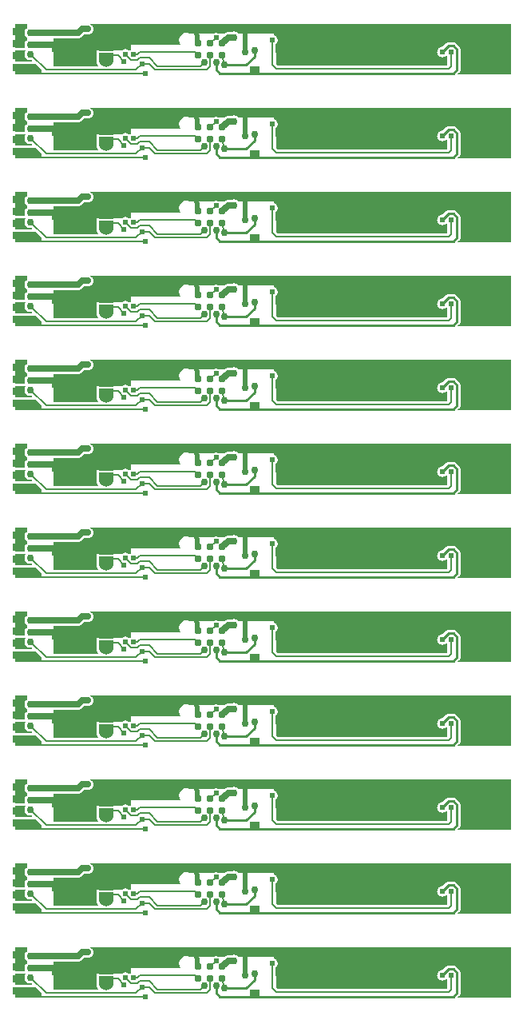
<source format=gbr>
G04 start of page 3 for group 1 idx 1 *
G04 Title: (unknown), bottom *
G04 Creator: pcb 4.0.2 *
G04 CreationDate: Mon Jul 24 21:31:33 2023 UTC *
G04 For: railfan *
G04 Format: Gerber/RS-274X *
G04 PCB-Dimensions (mil): 3000.00 5500.00 *
G04 PCB-Coordinate-Origin: lower left *
%MOIN*%
%FSLAX25Y25*%
%LNBOTTOM*%
%ADD34C,0.0390*%
%ADD33C,0.0140*%
%ADD32C,0.0120*%
%ADD31C,0.0300*%
%ADD30C,0.0240*%
%ADD29C,0.0600*%
%ADD28C,0.0310*%
%ADD27C,0.0250*%
%ADD26C,0.0200*%
%ADD25C,0.0080*%
%ADD24C,0.0100*%
%ADD23C,0.0001*%
G54D23*G36*
X182000Y443000D02*Y431000D01*
X169900D01*
Y434803D01*
X170060Y434940D01*
X170285Y435203D01*
X170466Y435498D01*
X170599Y435818D01*
X170680Y436155D01*
X170700Y436500D01*
X170680Y436845D01*
X170599Y437182D01*
X170466Y437502D01*
X170285Y437797D01*
X170060Y438060D01*
X169797Y438285D01*
X169502Y438466D01*
X169182Y438599D01*
X169000Y438642D01*
Y443000D01*
X182000D01*
G37*
G36*
X170000D02*X268000D01*
Y422000D01*
X245621D01*
X246519Y422898D01*
X246564Y422936D01*
X246717Y423115D01*
X246717Y423116D01*
X246841Y423317D01*
X246931Y423535D01*
X246986Y423765D01*
X247005Y424000D01*
X247000Y424059D01*
Y432441D01*
X247005Y432500D01*
X246986Y432735D01*
X246931Y432965D01*
X246841Y433183D01*
X246717Y433384D01*
X246564Y433564D01*
X246519Y433602D01*
X245102Y435019D01*
X245064Y435064D01*
X244884Y435217D01*
X244683Y435341D01*
X244465Y435431D01*
X244235Y435486D01*
X244000Y435505D01*
X243941Y435500D01*
X242059D01*
X242000Y435505D01*
X241765Y435486D01*
X241535Y435431D01*
X241317Y435341D01*
X241116Y435217D01*
X241115Y435217D01*
X240936Y435064D01*
X240898Y435019D01*
X239579Y433701D01*
X239500Y433707D01*
X239155Y433680D01*
X238818Y433599D01*
X238498Y433466D01*
X238203Y433285D01*
X237940Y433060D01*
X237715Y432797D01*
X237534Y432502D01*
X237401Y432182D01*
X237320Y431845D01*
X237293Y431500D01*
X237320Y431155D01*
X237401Y430818D01*
X237534Y430498D01*
X237715Y430203D01*
X237940Y429940D01*
X238203Y429715D01*
X238498Y429534D01*
X238818Y429401D01*
X239155Y429320D01*
X239500Y429293D01*
X239845Y429320D01*
X240182Y429401D01*
X240502Y429534D01*
X240797Y429715D01*
X241060Y429940D01*
X241250Y430162D01*
X241440Y429940D01*
X241600Y429803D01*
Y426080D01*
X241420Y425900D01*
X170580D01*
X170000Y426480D01*
Y434888D01*
X170060Y434940D01*
X170285Y435203D01*
X170466Y435498D01*
X170599Y435818D01*
X170680Y436155D01*
X170700Y436500D01*
X170680Y436845D01*
X170599Y437182D01*
X170466Y437502D01*
X170285Y437797D01*
X170060Y438060D01*
X170000Y438112D01*
Y443000D01*
G37*
G36*
Y408000D02*X268000D01*
Y387000D01*
X245621D01*
X246519Y387898D01*
X246564Y387936D01*
X246717Y388115D01*
X246717Y388116D01*
X246841Y388317D01*
X246931Y388535D01*
X246986Y388765D01*
X247005Y389000D01*
X247000Y389059D01*
Y397441D01*
X247005Y397500D01*
X246986Y397735D01*
X246931Y397965D01*
X246841Y398183D01*
X246717Y398384D01*
X246564Y398564D01*
X246519Y398602D01*
X245102Y400019D01*
X245064Y400064D01*
X244884Y400217D01*
X244683Y400341D01*
X244465Y400431D01*
X244235Y400486D01*
X244000Y400505D01*
X243941Y400500D01*
X242059D01*
X242000Y400505D01*
X241765Y400486D01*
X241535Y400431D01*
X241317Y400341D01*
X241116Y400217D01*
X241115Y400217D01*
X240936Y400064D01*
X240898Y400019D01*
X239579Y398701D01*
X239500Y398707D01*
X239155Y398680D01*
X238818Y398599D01*
X238498Y398466D01*
X238203Y398285D01*
X237940Y398060D01*
X237715Y397797D01*
X237534Y397502D01*
X237401Y397182D01*
X237320Y396845D01*
X237293Y396500D01*
X237320Y396155D01*
X237401Y395818D01*
X237534Y395498D01*
X237715Y395203D01*
X237940Y394940D01*
X238203Y394715D01*
X238498Y394534D01*
X238818Y394401D01*
X239155Y394320D01*
X239500Y394293D01*
X239845Y394320D01*
X240182Y394401D01*
X240502Y394534D01*
X240797Y394715D01*
X241060Y394940D01*
X241250Y395162D01*
X241440Y394940D01*
X241600Y394803D01*
Y391080D01*
X241420Y390900D01*
X170580D01*
X170000Y391480D01*
Y399888D01*
X170060Y399940D01*
X170285Y400203D01*
X170466Y400498D01*
X170599Y400818D01*
X170680Y401155D01*
X170700Y401500D01*
X170680Y401845D01*
X170599Y402182D01*
X170466Y402502D01*
X170285Y402797D01*
X170060Y403060D01*
X170000Y403112D01*
Y408000D01*
G37*
G36*
Y373000D02*X268000D01*
Y352000D01*
X245621D01*
X246519Y352898D01*
X246564Y352936D01*
X246717Y353115D01*
X246717Y353116D01*
X246841Y353317D01*
X246931Y353535D01*
X246986Y353765D01*
X247005Y354000D01*
X247000Y354059D01*
Y362441D01*
X247005Y362500D01*
X246986Y362735D01*
X246931Y362965D01*
X246841Y363183D01*
X246717Y363384D01*
X246564Y363564D01*
X246519Y363602D01*
X245102Y365019D01*
X245064Y365064D01*
X244884Y365217D01*
X244683Y365341D01*
X244465Y365431D01*
X244235Y365486D01*
X244000Y365505D01*
X243941Y365500D01*
X242059D01*
X242000Y365505D01*
X241765Y365486D01*
X241535Y365431D01*
X241317Y365341D01*
X241116Y365217D01*
X241115Y365217D01*
X240936Y365064D01*
X240898Y365019D01*
X239579Y363701D01*
X239500Y363707D01*
X239155Y363680D01*
X238818Y363599D01*
X238498Y363466D01*
X238203Y363285D01*
X237940Y363060D01*
X237715Y362797D01*
X237534Y362502D01*
X237401Y362182D01*
X237320Y361845D01*
X237293Y361500D01*
X237320Y361155D01*
X237401Y360818D01*
X237534Y360498D01*
X237715Y360203D01*
X237940Y359940D01*
X238203Y359715D01*
X238498Y359534D01*
X238818Y359401D01*
X239155Y359320D01*
X239500Y359293D01*
X239845Y359320D01*
X240182Y359401D01*
X240502Y359534D01*
X240797Y359715D01*
X241060Y359940D01*
X241250Y360162D01*
X241440Y359940D01*
X241600Y359803D01*
Y356080D01*
X241420Y355900D01*
X170580D01*
X170000Y356480D01*
Y364888D01*
X170060Y364940D01*
X170285Y365203D01*
X170466Y365498D01*
X170599Y365818D01*
X170680Y366155D01*
X170700Y366500D01*
X170680Y366845D01*
X170599Y367182D01*
X170466Y367502D01*
X170285Y367797D01*
X170060Y368060D01*
X170000Y368112D01*
Y373000D01*
G37*
G36*
Y338000D02*X268000D01*
Y317000D01*
X245621D01*
X246519Y317898D01*
X246564Y317936D01*
X246717Y318115D01*
X246717Y318116D01*
X246841Y318317D01*
X246931Y318535D01*
X246986Y318765D01*
X247005Y319000D01*
X247000Y319059D01*
Y327441D01*
X247005Y327500D01*
X246986Y327735D01*
X246931Y327965D01*
X246841Y328183D01*
X246717Y328384D01*
X246564Y328564D01*
X246519Y328602D01*
X245102Y330019D01*
X245064Y330064D01*
X244884Y330217D01*
X244683Y330341D01*
X244465Y330431D01*
X244235Y330486D01*
X244000Y330505D01*
X243941Y330500D01*
X242059D01*
X242000Y330505D01*
X241765Y330486D01*
X241535Y330431D01*
X241317Y330341D01*
X241116Y330217D01*
X241115Y330217D01*
X240936Y330064D01*
X240898Y330019D01*
X239579Y328701D01*
X239500Y328707D01*
X239155Y328680D01*
X238818Y328599D01*
X238498Y328466D01*
X238203Y328285D01*
X237940Y328060D01*
X237715Y327797D01*
X237534Y327502D01*
X237401Y327182D01*
X237320Y326845D01*
X237293Y326500D01*
X237320Y326155D01*
X237401Y325818D01*
X237534Y325498D01*
X237715Y325203D01*
X237940Y324940D01*
X238203Y324715D01*
X238498Y324534D01*
X238818Y324401D01*
X239155Y324320D01*
X239500Y324293D01*
X239845Y324320D01*
X240182Y324401D01*
X240502Y324534D01*
X240797Y324715D01*
X241060Y324940D01*
X241250Y325162D01*
X241440Y324940D01*
X241600Y324803D01*
Y321080D01*
X241420Y320900D01*
X170580D01*
X170000Y321480D01*
Y329888D01*
X170060Y329940D01*
X170285Y330203D01*
X170466Y330498D01*
X170599Y330818D01*
X170680Y331155D01*
X170700Y331500D01*
X170680Y331845D01*
X170599Y332182D01*
X170466Y332502D01*
X170285Y332797D01*
X170060Y333060D01*
X170000Y333112D01*
Y338000D01*
G37*
G36*
Y303000D02*X268000D01*
Y282000D01*
X245621D01*
X246519Y282898D01*
X246564Y282936D01*
X246717Y283115D01*
X246717Y283116D01*
X246841Y283317D01*
X246931Y283535D01*
X246986Y283765D01*
X247005Y284000D01*
X247000Y284059D01*
Y292441D01*
X247005Y292500D01*
X246986Y292735D01*
X246931Y292965D01*
X246841Y293183D01*
X246717Y293384D01*
X246564Y293564D01*
X246519Y293602D01*
X245102Y295019D01*
X245064Y295064D01*
X244884Y295217D01*
X244683Y295341D01*
X244465Y295431D01*
X244235Y295486D01*
X244000Y295505D01*
X243941Y295500D01*
X242059D01*
X242000Y295505D01*
X241765Y295486D01*
X241535Y295431D01*
X241317Y295341D01*
X241116Y295217D01*
X241115Y295217D01*
X240936Y295064D01*
X240898Y295019D01*
X239579Y293701D01*
X239500Y293707D01*
X239155Y293680D01*
X238818Y293599D01*
X238498Y293466D01*
X238203Y293285D01*
X237940Y293060D01*
X237715Y292797D01*
X237534Y292502D01*
X237401Y292182D01*
X237320Y291845D01*
X237293Y291500D01*
X237320Y291155D01*
X237401Y290818D01*
X237534Y290498D01*
X237715Y290203D01*
X237940Y289940D01*
X238203Y289715D01*
X238498Y289534D01*
X238818Y289401D01*
X239155Y289320D01*
X239500Y289293D01*
X239845Y289320D01*
X240182Y289401D01*
X240502Y289534D01*
X240797Y289715D01*
X241060Y289940D01*
X241250Y290162D01*
X241440Y289940D01*
X241600Y289803D01*
Y286080D01*
X241420Y285900D01*
X170580D01*
X170000Y286480D01*
Y294888D01*
X170060Y294940D01*
X170285Y295203D01*
X170466Y295498D01*
X170599Y295818D01*
X170680Y296155D01*
X170700Y296500D01*
X170680Y296845D01*
X170599Y297182D01*
X170466Y297502D01*
X170285Y297797D01*
X170060Y298060D01*
X170000Y298112D01*
Y303000D01*
G37*
G36*
Y268000D02*X268000D01*
Y247000D01*
X245621D01*
X246519Y247898D01*
X246564Y247936D01*
X246717Y248115D01*
X246717Y248116D01*
X246841Y248317D01*
X246931Y248535D01*
X246986Y248765D01*
X247005Y249000D01*
X247000Y249059D01*
Y257441D01*
X247005Y257500D01*
X246986Y257735D01*
X246931Y257965D01*
X246841Y258183D01*
X246717Y258384D01*
X246564Y258564D01*
X246519Y258602D01*
X245102Y260019D01*
X245064Y260064D01*
X244884Y260217D01*
X244683Y260341D01*
X244465Y260431D01*
X244235Y260486D01*
X244000Y260505D01*
X243941Y260500D01*
X242059D01*
X242000Y260505D01*
X241765Y260486D01*
X241535Y260431D01*
X241317Y260341D01*
X241116Y260217D01*
X241115Y260217D01*
X240936Y260064D01*
X240898Y260019D01*
X239579Y258701D01*
X239500Y258707D01*
X239155Y258680D01*
X238818Y258599D01*
X238498Y258466D01*
X238203Y258285D01*
X237940Y258060D01*
X237715Y257797D01*
X237534Y257502D01*
X237401Y257182D01*
X237320Y256845D01*
X237293Y256500D01*
X237320Y256155D01*
X237401Y255818D01*
X237534Y255498D01*
X237715Y255203D01*
X237940Y254940D01*
X238203Y254715D01*
X238498Y254534D01*
X238818Y254401D01*
X239155Y254320D01*
X239500Y254293D01*
X239845Y254320D01*
X240182Y254401D01*
X240502Y254534D01*
X240797Y254715D01*
X241060Y254940D01*
X241250Y255162D01*
X241440Y254940D01*
X241600Y254803D01*
Y251080D01*
X241420Y250900D01*
X170580D01*
X170000Y251480D01*
Y259888D01*
X170060Y259940D01*
X170285Y260203D01*
X170466Y260498D01*
X170599Y260818D01*
X170680Y261155D01*
X170700Y261500D01*
X170680Y261845D01*
X170599Y262182D01*
X170466Y262502D01*
X170285Y262797D01*
X170060Y263060D01*
X170000Y263112D01*
Y268000D01*
G37*
G36*
Y233000D02*X268000D01*
Y212000D01*
X245621D01*
X246519Y212898D01*
X246564Y212936D01*
X246717Y213115D01*
X246717Y213116D01*
X246841Y213317D01*
X246931Y213535D01*
X246986Y213765D01*
X247005Y214000D01*
X247000Y214059D01*
Y222441D01*
X247005Y222500D01*
X246986Y222735D01*
X246931Y222965D01*
X246841Y223183D01*
X246717Y223384D01*
X246564Y223564D01*
X246519Y223602D01*
X245102Y225019D01*
X245064Y225064D01*
X244884Y225217D01*
X244683Y225341D01*
X244465Y225431D01*
X244235Y225486D01*
X244000Y225505D01*
X243941Y225500D01*
X242059D01*
X242000Y225505D01*
X241765Y225486D01*
X241535Y225431D01*
X241317Y225341D01*
X241116Y225217D01*
X241115Y225217D01*
X240936Y225064D01*
X240898Y225019D01*
X239579Y223701D01*
X239500Y223707D01*
X239155Y223680D01*
X238818Y223599D01*
X238498Y223466D01*
X238203Y223285D01*
X237940Y223060D01*
X237715Y222797D01*
X237534Y222502D01*
X237401Y222182D01*
X237320Y221845D01*
X237293Y221500D01*
X237320Y221155D01*
X237401Y220818D01*
X237534Y220498D01*
X237715Y220203D01*
X237940Y219940D01*
X238203Y219715D01*
X238498Y219534D01*
X238818Y219401D01*
X239155Y219320D01*
X239500Y219293D01*
X239845Y219320D01*
X240182Y219401D01*
X240502Y219534D01*
X240797Y219715D01*
X241060Y219940D01*
X241250Y220162D01*
X241440Y219940D01*
X241600Y219803D01*
Y216080D01*
X241420Y215900D01*
X170580D01*
X170000Y216480D01*
Y224888D01*
X170060Y224940D01*
X170285Y225203D01*
X170466Y225498D01*
X170599Y225818D01*
X170680Y226155D01*
X170700Y226500D01*
X170680Y226845D01*
X170599Y227182D01*
X170466Y227502D01*
X170285Y227797D01*
X170060Y228060D01*
X170000Y228112D01*
Y233000D01*
G37*
G36*
Y198000D02*X268000D01*
Y177000D01*
X245621D01*
X246519Y177898D01*
X246564Y177936D01*
X246717Y178115D01*
X246717Y178116D01*
X246841Y178317D01*
X246931Y178535D01*
X246986Y178765D01*
X247005Y179000D01*
X247000Y179059D01*
Y187441D01*
X247005Y187500D01*
X246986Y187735D01*
X246931Y187965D01*
X246841Y188183D01*
X246717Y188384D01*
X246564Y188564D01*
X246519Y188602D01*
X245102Y190019D01*
X245064Y190064D01*
X244884Y190217D01*
X244683Y190341D01*
X244465Y190431D01*
X244235Y190486D01*
X244000Y190505D01*
X243941Y190500D01*
X242059D01*
X242000Y190505D01*
X241765Y190486D01*
X241535Y190431D01*
X241317Y190341D01*
X241116Y190217D01*
X241115Y190217D01*
X240936Y190064D01*
X240898Y190019D01*
X239579Y188701D01*
X239500Y188707D01*
X239155Y188680D01*
X238818Y188599D01*
X238498Y188466D01*
X238203Y188285D01*
X237940Y188060D01*
X237715Y187797D01*
X237534Y187502D01*
X237401Y187182D01*
X237320Y186845D01*
X237293Y186500D01*
X237320Y186155D01*
X237401Y185818D01*
X237534Y185498D01*
X237715Y185203D01*
X237940Y184940D01*
X238203Y184715D01*
X238498Y184534D01*
X238818Y184401D01*
X239155Y184320D01*
X239500Y184293D01*
X239845Y184320D01*
X240182Y184401D01*
X240502Y184534D01*
X240797Y184715D01*
X241060Y184940D01*
X241250Y185162D01*
X241440Y184940D01*
X241600Y184803D01*
Y181080D01*
X241420Y180900D01*
X170580D01*
X170000Y181480D01*
Y189888D01*
X170060Y189940D01*
X170285Y190203D01*
X170466Y190498D01*
X170599Y190818D01*
X170680Y191155D01*
X170700Y191500D01*
X170680Y191845D01*
X170599Y192182D01*
X170466Y192502D01*
X170285Y192797D01*
X170060Y193060D01*
X170000Y193112D01*
Y198000D01*
G37*
G36*
Y163000D02*X268000D01*
Y142000D01*
X245621D01*
X246519Y142898D01*
X246564Y142936D01*
X246717Y143115D01*
X246717Y143116D01*
X246841Y143317D01*
X246931Y143535D01*
X246986Y143765D01*
X247005Y144000D01*
X247000Y144059D01*
Y152441D01*
X247005Y152500D01*
X246986Y152735D01*
X246931Y152965D01*
X246841Y153183D01*
X246717Y153384D01*
X246564Y153564D01*
X246519Y153602D01*
X245102Y155019D01*
X245064Y155064D01*
X244884Y155217D01*
X244683Y155341D01*
X244465Y155431D01*
X244235Y155486D01*
X244000Y155505D01*
X243941Y155500D01*
X242059D01*
X242000Y155505D01*
X241765Y155486D01*
X241535Y155431D01*
X241317Y155341D01*
X241116Y155217D01*
X241115Y155217D01*
X240936Y155064D01*
X240898Y155019D01*
X239579Y153701D01*
X239500Y153707D01*
X239155Y153680D01*
X238818Y153599D01*
X238498Y153466D01*
X238203Y153285D01*
X237940Y153060D01*
X237715Y152797D01*
X237534Y152502D01*
X237401Y152182D01*
X237320Y151845D01*
X237293Y151500D01*
X237320Y151155D01*
X237401Y150818D01*
X237534Y150498D01*
X237715Y150203D01*
X237940Y149940D01*
X238203Y149715D01*
X238498Y149534D01*
X238818Y149401D01*
X239155Y149320D01*
X239500Y149293D01*
X239845Y149320D01*
X240182Y149401D01*
X240502Y149534D01*
X240797Y149715D01*
X241060Y149940D01*
X241250Y150162D01*
X241440Y149940D01*
X241600Y149803D01*
Y146080D01*
X241420Y145900D01*
X170580D01*
X170000Y146480D01*
Y154888D01*
X170060Y154940D01*
X170285Y155203D01*
X170466Y155498D01*
X170599Y155818D01*
X170680Y156155D01*
X170700Y156500D01*
X170680Y156845D01*
X170599Y157182D01*
X170466Y157502D01*
X170285Y157797D01*
X170060Y158060D01*
X170000Y158112D01*
Y163000D01*
G37*
G36*
Y128000D02*X268000D01*
Y107000D01*
X245621D01*
X246519Y107898D01*
X246564Y107936D01*
X246717Y108115D01*
X246717Y108116D01*
X246841Y108317D01*
X246931Y108535D01*
X246986Y108765D01*
X247005Y109000D01*
X247000Y109059D01*
Y117441D01*
X247005Y117500D01*
X246986Y117735D01*
X246931Y117965D01*
X246841Y118183D01*
X246717Y118384D01*
X246564Y118564D01*
X246519Y118602D01*
X245102Y120019D01*
X245064Y120064D01*
X244884Y120217D01*
X244683Y120341D01*
X244465Y120431D01*
X244235Y120486D01*
X244000Y120505D01*
X243941Y120500D01*
X242059D01*
X242000Y120505D01*
X241765Y120486D01*
X241535Y120431D01*
X241317Y120341D01*
X241116Y120217D01*
X241115Y120217D01*
X240936Y120064D01*
X240898Y120019D01*
X239579Y118701D01*
X239500Y118707D01*
X239155Y118680D01*
X238818Y118599D01*
X238498Y118466D01*
X238203Y118285D01*
X237940Y118060D01*
X237715Y117797D01*
X237534Y117502D01*
X237401Y117182D01*
X237320Y116845D01*
X237293Y116500D01*
X237320Y116155D01*
X237401Y115818D01*
X237534Y115498D01*
X237715Y115203D01*
X237940Y114940D01*
X238203Y114715D01*
X238498Y114534D01*
X238818Y114401D01*
X239155Y114320D01*
X239500Y114293D01*
X239845Y114320D01*
X240182Y114401D01*
X240502Y114534D01*
X240797Y114715D01*
X241060Y114940D01*
X241250Y115162D01*
X241440Y114940D01*
X241600Y114803D01*
Y111080D01*
X241420Y110900D01*
X170580D01*
X170000Y111480D01*
Y119888D01*
X170060Y119940D01*
X170285Y120203D01*
X170466Y120498D01*
X170599Y120818D01*
X170680Y121155D01*
X170700Y121500D01*
X170680Y121845D01*
X170599Y122182D01*
X170466Y122502D01*
X170285Y122797D01*
X170060Y123060D01*
X170000Y123112D01*
Y128000D01*
G37*
G36*
Y93000D02*X268000D01*
Y72000D01*
X245621D01*
X246519Y72898D01*
X246564Y72936D01*
X246717Y73115D01*
X246717Y73116D01*
X246841Y73317D01*
X246931Y73535D01*
X246986Y73765D01*
X247005Y74000D01*
X247000Y74059D01*
Y82441D01*
X247005Y82500D01*
X246986Y82735D01*
X246931Y82965D01*
X246841Y83183D01*
X246717Y83384D01*
X246564Y83564D01*
X246519Y83602D01*
X245102Y85019D01*
X245064Y85064D01*
X244884Y85217D01*
X244683Y85341D01*
X244465Y85431D01*
X244235Y85486D01*
X244000Y85505D01*
X243941Y85500D01*
X242059D01*
X242000Y85505D01*
X241765Y85486D01*
X241535Y85431D01*
X241317Y85341D01*
X241116Y85217D01*
X241115Y85217D01*
X240936Y85064D01*
X240898Y85019D01*
X239579Y83701D01*
X239500Y83707D01*
X239155Y83680D01*
X238818Y83599D01*
X238498Y83466D01*
X238203Y83285D01*
X237940Y83060D01*
X237715Y82797D01*
X237534Y82502D01*
X237401Y82182D01*
X237320Y81845D01*
X237293Y81500D01*
X237320Y81155D01*
X237401Y80818D01*
X237534Y80498D01*
X237715Y80203D01*
X237940Y79940D01*
X238203Y79715D01*
X238498Y79534D01*
X238818Y79401D01*
X239155Y79320D01*
X239500Y79293D01*
X239845Y79320D01*
X240182Y79401D01*
X240502Y79534D01*
X240797Y79715D01*
X241060Y79940D01*
X241250Y80162D01*
X241440Y79940D01*
X241600Y79803D01*
Y76080D01*
X241420Y75900D01*
X170580D01*
X170000Y76480D01*
Y84888D01*
X170060Y84940D01*
X170285Y85203D01*
X170466Y85498D01*
X170599Y85818D01*
X170680Y86155D01*
X170700Y86500D01*
X170680Y86845D01*
X170599Y87182D01*
X170466Y87502D01*
X170285Y87797D01*
X170060Y88060D01*
X170000Y88112D01*
Y93000D01*
G37*
G36*
X159000Y387000D02*Y390379D01*
X159121Y390500D01*
X163000D01*
Y387000D01*
X159000D01*
G37*
G36*
X182000Y408000D02*Y396000D01*
X169900D01*
Y399803D01*
X170060Y399940D01*
X170285Y400203D01*
X170466Y400498D01*
X170599Y400818D01*
X170680Y401155D01*
X170700Y401500D01*
X170680Y401845D01*
X170599Y402182D01*
X170466Y402502D01*
X170285Y402797D01*
X170060Y403060D01*
X169797Y403285D01*
X169502Y403466D01*
X169182Y403599D01*
X169000Y403642D01*
Y408000D01*
X182000D01*
G37*
G36*
X128000D02*X182000D01*
Y404000D01*
X154507D01*
X154273Y404273D01*
X153974Y404529D01*
X153638Y404734D01*
X153275Y404885D01*
X152892Y404977D01*
X152500Y405008D01*
X152108Y404977D01*
X151725Y404885D01*
X151399Y404750D01*
X150088D01*
X150000Y404757D01*
X149647Y404729D01*
X149303Y404646D01*
X148975Y404511D01*
X148673Y404326D01*
X148673Y404326D01*
X148404Y404096D01*
X148347Y404029D01*
X148318Y404000D01*
X146323D01*
X146179Y404123D01*
X145911Y404288D01*
X145620Y404408D01*
X145314Y404481D01*
X145000Y404506D01*
X144686Y404481D01*
X144380Y404408D01*
X144089Y404288D01*
X143821Y404123D01*
X143677Y404000D01*
X134066D01*
X133843Y404137D01*
X133414Y404314D01*
X132963Y404423D01*
X132500Y404459D01*
X132037Y404423D01*
X131586Y404314D01*
X131157Y404137D01*
X130934Y404000D01*
X128000D01*
Y408000D01*
G37*
G36*
X159000Y352000D02*Y355379D01*
X159121Y355500D01*
X163000D01*
Y352000D01*
X159000D01*
G37*
G36*
X182000Y373000D02*Y361000D01*
X169900D01*
Y364803D01*
X170060Y364940D01*
X170285Y365203D01*
X170466Y365498D01*
X170599Y365818D01*
X170680Y366155D01*
X170700Y366500D01*
X170680Y366845D01*
X170599Y367182D01*
X170466Y367502D01*
X170285Y367797D01*
X170060Y368060D01*
X169797Y368285D01*
X169502Y368466D01*
X169182Y368599D01*
X169000Y368642D01*
Y373000D01*
X182000D01*
G37*
G36*
X128000D02*X182000D01*
Y369000D01*
X154507D01*
X154273Y369273D01*
X153974Y369529D01*
X153638Y369734D01*
X153275Y369885D01*
X152892Y369977D01*
X152500Y370008D01*
X152108Y369977D01*
X151725Y369885D01*
X151399Y369750D01*
X150088D01*
X150000Y369757D01*
X149647Y369729D01*
X149303Y369646D01*
X148975Y369511D01*
X148673Y369326D01*
X148673Y369326D01*
X148404Y369096D01*
X148347Y369029D01*
X148318Y369000D01*
X146323D01*
X146179Y369123D01*
X145911Y369288D01*
X145620Y369408D01*
X145314Y369481D01*
X145000Y369506D01*
X144686Y369481D01*
X144380Y369408D01*
X144089Y369288D01*
X143821Y369123D01*
X143677Y369000D01*
X134066D01*
X133843Y369137D01*
X133414Y369314D01*
X132963Y369423D01*
X132500Y369459D01*
X132037Y369423D01*
X131586Y369314D01*
X131157Y369137D01*
X130934Y369000D01*
X128000D01*
Y373000D01*
G37*
G36*
X182000Y338000D02*Y326000D01*
X169900D01*
Y329803D01*
X170060Y329940D01*
X170285Y330203D01*
X170466Y330498D01*
X170599Y330818D01*
X170680Y331155D01*
X170700Y331500D01*
X170680Y331845D01*
X170599Y332182D01*
X170466Y332502D01*
X170285Y332797D01*
X170060Y333060D01*
X169797Y333285D01*
X169502Y333466D01*
X169182Y333599D01*
X169000Y333642D01*
Y338000D01*
X182000D01*
G37*
G36*
X128000D02*X182000D01*
Y334000D01*
X154507D01*
X154273Y334273D01*
X153974Y334529D01*
X153638Y334734D01*
X153275Y334885D01*
X152892Y334977D01*
X152500Y335008D01*
X152108Y334977D01*
X151725Y334885D01*
X151399Y334750D01*
X150088D01*
X150000Y334757D01*
X149647Y334729D01*
X149303Y334646D01*
X148975Y334511D01*
X148673Y334326D01*
X148673Y334326D01*
X148404Y334096D01*
X148347Y334029D01*
X148318Y334000D01*
X146323D01*
X146179Y334123D01*
X145911Y334288D01*
X145620Y334408D01*
X145314Y334481D01*
X145000Y334506D01*
X144686Y334481D01*
X144380Y334408D01*
X144089Y334288D01*
X143821Y334123D01*
X143677Y334000D01*
X134066D01*
X133843Y334137D01*
X133414Y334314D01*
X132963Y334423D01*
X132500Y334459D01*
X132037Y334423D01*
X131586Y334314D01*
X131157Y334137D01*
X130934Y334000D01*
X128000D01*
Y338000D01*
G37*
G36*
Y233000D02*X182000D01*
Y229000D01*
X154507D01*
X154273Y229273D01*
X153974Y229529D01*
X153638Y229734D01*
X153275Y229885D01*
X152892Y229977D01*
X152500Y230008D01*
X152108Y229977D01*
X151725Y229885D01*
X151399Y229750D01*
X150088D01*
X150000Y229757D01*
X149647Y229729D01*
X149303Y229646D01*
X148975Y229511D01*
X148673Y229326D01*
X148673Y229326D01*
X148404Y229096D01*
X148347Y229029D01*
X148318Y229000D01*
X146323D01*
X146179Y229123D01*
X145911Y229288D01*
X145620Y229408D01*
X145314Y229481D01*
X145000Y229506D01*
X144686Y229481D01*
X144380Y229408D01*
X144089Y229288D01*
X143821Y229123D01*
X143677Y229000D01*
X134066D01*
X133843Y229137D01*
X133414Y229314D01*
X132963Y229423D01*
X132500Y229459D01*
X132037Y229423D01*
X131586Y229314D01*
X131157Y229137D01*
X130934Y229000D01*
X128000D01*
Y233000D01*
G37*
G36*
Y198000D02*X182000D01*
Y194000D01*
X154507D01*
X154273Y194273D01*
X153974Y194529D01*
X153638Y194734D01*
X153275Y194885D01*
X152892Y194977D01*
X152500Y195008D01*
X152108Y194977D01*
X151725Y194885D01*
X151399Y194750D01*
X150088D01*
X150000Y194757D01*
X149647Y194729D01*
X149303Y194646D01*
X148975Y194511D01*
X148673Y194326D01*
X148673Y194326D01*
X148404Y194096D01*
X148347Y194029D01*
X148318Y194000D01*
X146323D01*
X146179Y194123D01*
X145911Y194288D01*
X145620Y194408D01*
X145314Y194481D01*
X145000Y194506D01*
X144686Y194481D01*
X144380Y194408D01*
X144089Y194288D01*
X143821Y194123D01*
X143677Y194000D01*
X134066D01*
X133843Y194137D01*
X133414Y194314D01*
X132963Y194423D01*
X132500Y194459D01*
X132037Y194423D01*
X131586Y194314D01*
X131157Y194137D01*
X130934Y194000D01*
X128000D01*
Y198000D01*
G37*
G36*
Y163000D02*X182000D01*
Y159000D01*
X154507D01*
X154273Y159273D01*
X153974Y159529D01*
X153638Y159734D01*
X153275Y159885D01*
X152892Y159977D01*
X152500Y160008D01*
X152108Y159977D01*
X151725Y159885D01*
X151399Y159750D01*
X150088D01*
X150000Y159757D01*
X149647Y159729D01*
X149303Y159646D01*
X148975Y159511D01*
X148673Y159326D01*
X148673Y159326D01*
X148404Y159096D01*
X148347Y159029D01*
X148318Y159000D01*
X146323D01*
X146179Y159123D01*
X145911Y159288D01*
X145620Y159408D01*
X145314Y159481D01*
X145000Y159506D01*
X144686Y159481D01*
X144380Y159408D01*
X144089Y159288D01*
X143821Y159123D01*
X143677Y159000D01*
X134066D01*
X133843Y159137D01*
X133414Y159314D01*
X132963Y159423D01*
X132500Y159459D01*
X132037Y159423D01*
X131586Y159314D01*
X131157Y159137D01*
X130934Y159000D01*
X128000D01*
Y163000D01*
G37*
G36*
Y128000D02*X182000D01*
Y124000D01*
X154507D01*
X154273Y124273D01*
X153974Y124529D01*
X153638Y124734D01*
X153275Y124885D01*
X152892Y124977D01*
X152500Y125008D01*
X152108Y124977D01*
X151725Y124885D01*
X151399Y124750D01*
X150088D01*
X150000Y124757D01*
X149647Y124729D01*
X149303Y124646D01*
X148975Y124511D01*
X148673Y124326D01*
X148673Y124326D01*
X148404Y124096D01*
X148347Y124029D01*
X148318Y124000D01*
X146323D01*
X146179Y124123D01*
X145911Y124288D01*
X145620Y124408D01*
X145314Y124481D01*
X145000Y124506D01*
X144686Y124481D01*
X144380Y124408D01*
X144089Y124288D01*
X143821Y124123D01*
X143677Y124000D01*
X134066D01*
X133843Y124137D01*
X133414Y124314D01*
X132963Y124423D01*
X132500Y124459D01*
X132037Y124423D01*
X131586Y124314D01*
X131157Y124137D01*
X130934Y124000D01*
X128000D01*
Y128000D01*
G37*
G36*
Y93000D02*X182000D01*
Y89000D01*
X154507D01*
X154273Y89273D01*
X153974Y89529D01*
X153638Y89734D01*
X153275Y89885D01*
X152892Y89977D01*
X152500Y90008D01*
X152108Y89977D01*
X151725Y89885D01*
X151399Y89750D01*
X150088D01*
X150000Y89757D01*
X149647Y89729D01*
X149303Y89646D01*
X148975Y89511D01*
X148673Y89326D01*
X148673Y89326D01*
X148404Y89096D01*
X148347Y89029D01*
X148318Y89000D01*
X146323D01*
X146179Y89123D01*
X145911Y89288D01*
X145620Y89408D01*
X145314Y89481D01*
X145000Y89506D01*
X144686Y89481D01*
X144380Y89408D01*
X144089Y89288D01*
X143821Y89123D01*
X143677Y89000D01*
X134066D01*
X133843Y89137D01*
X133414Y89314D01*
X132963Y89423D01*
X132500Y89459D01*
X132037Y89423D01*
X131586Y89314D01*
X131157Y89137D01*
X130934Y89000D01*
X128000D01*
Y93000D01*
G37*
G36*
X61000Y467000D02*X65493D01*
X65471Y466974D01*
X65266Y466638D01*
X65115Y466275D01*
X65023Y465892D01*
X64992Y465500D01*
X65023Y465108D01*
X65115Y464725D01*
X65266Y464362D01*
X65471Y464026D01*
X65727Y463727D01*
X66026Y463471D01*
X66362Y463266D01*
X66725Y463115D01*
X67108Y463023D01*
X67500Y462992D01*
X67892Y463023D01*
X67977Y463043D01*
X68000Y463020D01*
Y462500D01*
X61000D01*
Y467000D01*
G37*
G36*
Y468000D02*Y478000D01*
X66000D01*
Y476507D01*
X65727Y476273D01*
X65471Y475974D01*
X65266Y475638D01*
X65115Y475275D01*
X65023Y474892D01*
X64992Y474500D01*
X65023Y474108D01*
X65115Y473725D01*
X65266Y473362D01*
X65471Y473026D01*
X65727Y472727D01*
X66000Y472493D01*
Y471507D01*
X65727Y471273D01*
X65471Y470974D01*
X65266Y470638D01*
X65115Y470275D01*
X65023Y469892D01*
X64992Y469500D01*
X65023Y469108D01*
X65115Y468725D01*
X65266Y468362D01*
X65471Y468026D01*
X65493Y468000D01*
X61000D01*
G37*
G36*
Y461500D02*X69520D01*
X72000Y459020D01*
Y457000D01*
X61000D01*
Y461500D01*
G37*
G36*
X77000Y469000D02*X95003D01*
X95009Y466743D01*
X95046Y466590D01*
X95083Y466500D01*
X95046Y466410D01*
X95009Y466257D01*
X95000Y466100D01*
X95008Y463359D01*
X94988Y463100D01*
X95037Y462472D01*
X95184Y461860D01*
X95425Y461278D01*
X95754Y460742D01*
X96046Y460400D01*
X77000D01*
Y469000D01*
G37*
G36*
X81000Y466000D02*Y472250D01*
X87412D01*
X87500Y472243D01*
X87853Y472271D01*
X87853Y472271D01*
X88197Y472354D01*
X88525Y472489D01*
X88827Y472674D01*
X89096Y472904D01*
X89153Y472971D01*
X89932Y473750D01*
X91500D01*
X91853Y473771D01*
X92197Y473854D01*
X92525Y473989D01*
X92827Y474174D01*
X93096Y474404D01*
X93326Y474673D01*
X93511Y474975D01*
X93646Y475303D01*
X93729Y475647D01*
X93757Y476000D01*
X93729Y476353D01*
X93646Y476697D01*
X93511Y477025D01*
X93326Y477327D01*
X93096Y477596D01*
X92827Y477826D01*
X92542Y478000D01*
X99000D01*
Y473912D01*
X98372Y473863D01*
X97760Y473716D01*
X97178Y473475D01*
X96642Y473146D01*
X96163Y472737D01*
X95754Y472258D01*
X95425Y471722D01*
X95184Y471140D01*
X95037Y470528D01*
X94988Y469900D01*
X95000Y469737D01*
X95009Y466743D01*
X95046Y466590D01*
X95083Y466500D01*
X95046Y466410D01*
X95009Y466257D01*
X95000Y466100D01*
X95000Y466000D01*
X81000D01*
G37*
G36*
X83500Y472250D02*Y465500D01*
X77000D01*
Y472250D01*
X83500D01*
G37*
G36*
X103500Y478000D02*Y473000D01*
X101529D01*
X101358Y473146D01*
X100822Y473475D01*
X100240Y473716D01*
X99628Y473863D01*
X99000Y473912D01*
X98372Y473863D01*
X97760Y473716D01*
X97178Y473475D01*
X96642Y473146D01*
X96471Y473000D01*
X95500D01*
Y478000D01*
X103500D01*
G37*
G36*
X109500Y474500D02*Y467467D01*
X109498Y467466D01*
X109203Y467285D01*
X108940Y467060D01*
X108888Y467000D01*
X108612D01*
X108560Y467060D01*
X108297Y467285D01*
X108002Y467466D01*
X107682Y467599D01*
X107345Y467680D01*
X107000Y467707D01*
X106655Y467680D01*
X106318Y467599D01*
X105998Y467466D01*
X105703Y467285D01*
X105440Y467060D01*
X105388Y467000D01*
X103000D01*
X102992Y469758D01*
X103000Y469900D01*
X102991Y470057D01*
Y470057D01*
X102991Y470057D01*
X102963Y470528D01*
X102816Y471140D01*
X102575Y471722D01*
X102246Y472258D01*
X101837Y472737D01*
X101358Y473146D01*
X100822Y473475D01*
X100240Y473716D01*
X99628Y473863D01*
X99000Y473912D01*
X98372Y473863D01*
X97760Y473716D01*
X97178Y473475D01*
X96642Y473146D01*
X96163Y472737D01*
X95754Y472258D01*
X95425Y471722D01*
X95184Y471140D01*
X95037Y470528D01*
X94988Y469900D01*
X95000Y469737D01*
X95009Y467000D01*
X93000D01*
Y474322D01*
X93096Y474404D01*
X93178Y474500D01*
X109500D01*
G37*
G36*
X103500Y467000D02*X94500D01*
Y474500D01*
X103500D01*
Y467000D01*
G37*
G36*
X101000Y478000D02*X131500D01*
Y474279D01*
X131157Y474137D01*
X130761Y473894D01*
X130408Y473592D01*
X130106Y473239D01*
X129863Y472843D01*
X129686Y472414D01*
X129577Y471963D01*
X129541Y471500D01*
X129577Y471037D01*
X129686Y470586D01*
X129863Y470157D01*
X130106Y469761D01*
X130329Y469500D01*
X102992D01*
X102992Y469758D01*
X103000Y469900D01*
X102991Y470057D01*
Y470057D01*
X102991Y470057D01*
X102963Y470528D01*
X102816Y471140D01*
X102575Y471722D01*
X102246Y472258D01*
X101837Y472737D01*
X101358Y473146D01*
X101000Y473366D01*
Y478000D01*
G37*
G36*
X61000Y433000D02*Y443000D01*
X66000D01*
Y441507D01*
X65727Y441273D01*
X65471Y440974D01*
X65266Y440638D01*
X65115Y440275D01*
X65023Y439892D01*
X64992Y439500D01*
X65023Y439108D01*
X65115Y438725D01*
X65266Y438362D01*
X65471Y438026D01*
X65727Y437727D01*
X66000Y437493D01*
Y436507D01*
X65727Y436273D01*
X65471Y435974D01*
X65266Y435638D01*
X65115Y435275D01*
X65023Y434892D01*
X64992Y434500D01*
X65023Y434108D01*
X65115Y433725D01*
X65266Y433362D01*
X65471Y433026D01*
X65493Y433000D01*
X61000D01*
G37*
G36*
X128000Y443000D02*X182000D01*
Y439000D01*
X154507D01*
X154273Y439273D01*
X153974Y439529D01*
X153638Y439734D01*
X153275Y439885D01*
X152892Y439977D01*
X152500Y440008D01*
X152108Y439977D01*
X151725Y439885D01*
X151399Y439750D01*
X150088D01*
X150000Y439757D01*
X149647Y439729D01*
X149303Y439646D01*
X148975Y439511D01*
X148673Y439326D01*
X148673Y439326D01*
X148404Y439096D01*
X148347Y439029D01*
X148318Y439000D01*
X146323D01*
X146179Y439123D01*
X145911Y439288D01*
X145620Y439408D01*
X145314Y439481D01*
X145000Y439506D01*
X144686Y439481D01*
X144380Y439408D01*
X144089Y439288D01*
X143821Y439123D01*
X143677Y439000D01*
X134066D01*
X133843Y439137D01*
X133414Y439314D01*
X132963Y439423D01*
X132500Y439459D01*
X132037Y439423D01*
X131586Y439314D01*
X131157Y439137D01*
X130934Y439000D01*
X128000D01*
Y443000D01*
G37*
G36*
X103500D02*Y438000D01*
X101529D01*
X101358Y438146D01*
X100822Y438475D01*
X100240Y438716D01*
X99628Y438863D01*
X99000Y438912D01*
X98372Y438863D01*
X97760Y438716D01*
X97178Y438475D01*
X96642Y438146D01*
X96471Y438000D01*
X95500D01*
Y443000D01*
X103500D01*
G37*
G36*
X101000D02*X131500D01*
Y439279D01*
X131157Y439137D01*
X130761Y438894D01*
X130408Y438592D01*
X130106Y438239D01*
X129863Y437843D01*
X129686Y437414D01*
X129577Y436963D01*
X129541Y436500D01*
X129577Y436037D01*
X129686Y435586D01*
X129863Y435157D01*
X130106Y434761D01*
X130329Y434500D01*
X102992D01*
X102992Y434758D01*
X103000Y434900D01*
X102991Y435057D01*
Y435057D01*
X102991Y435057D01*
X102963Y435528D01*
X102816Y436140D01*
X102575Y436722D01*
X102246Y437258D01*
X101837Y437737D01*
X101358Y438146D01*
X101000Y438366D01*
Y443000D01*
G37*
G36*
X109500Y439500D02*Y432467D01*
X109498Y432466D01*
X109203Y432285D01*
X108940Y432060D01*
X108888Y432000D01*
X108612D01*
X108560Y432060D01*
X108297Y432285D01*
X108002Y432466D01*
X107682Y432599D01*
X107345Y432680D01*
X107000Y432707D01*
X106655Y432680D01*
X106318Y432599D01*
X105998Y432466D01*
X105703Y432285D01*
X105440Y432060D01*
X105388Y432000D01*
X103000D01*
X102992Y434758D01*
X103000Y434900D01*
X102991Y435057D01*
Y435057D01*
X102991Y435057D01*
X102963Y435528D01*
X102816Y436140D01*
X102575Y436722D01*
X102246Y437258D01*
X101837Y437737D01*
X101358Y438146D01*
X100822Y438475D01*
X100240Y438716D01*
X99628Y438863D01*
X99000Y438912D01*
X98372Y438863D01*
X97760Y438716D01*
X97178Y438475D01*
X96642Y438146D01*
X96163Y437737D01*
X95754Y437258D01*
X95425Y436722D01*
X95184Y436140D01*
X95037Y435528D01*
X94988Y434900D01*
X95000Y434737D01*
X95009Y432000D01*
X93000D01*
Y439322D01*
X93096Y439404D01*
X93178Y439500D01*
X109500D01*
G37*
G36*
X103500Y432000D02*X94500D01*
Y439500D01*
X103500D01*
Y432000D01*
G37*
G36*
X159000Y457000D02*Y460379D01*
X159121Y460500D01*
X163000D01*
Y457000D01*
X159000D01*
G37*
G36*
X182000Y478000D02*Y466000D01*
X169900D01*
Y469803D01*
X170060Y469940D01*
X170285Y470203D01*
X170466Y470498D01*
X170599Y470818D01*
X170680Y471155D01*
X170700Y471500D01*
X170680Y471845D01*
X170599Y472182D01*
X170466Y472502D01*
X170285Y472797D01*
X170060Y473060D01*
X169797Y473285D01*
X169502Y473466D01*
X169182Y473599D01*
X169000Y473642D01*
Y478000D01*
X182000D01*
G37*
G36*
X170000D02*X268000D01*
Y457000D01*
X245621D01*
X246519Y457898D01*
X246564Y457936D01*
X246717Y458115D01*
X246717Y458116D01*
X246841Y458317D01*
X246931Y458535D01*
X246986Y458765D01*
X247005Y459000D01*
X247000Y459059D01*
Y467441D01*
X247005Y467500D01*
X246986Y467735D01*
X246931Y467965D01*
X246841Y468183D01*
X246717Y468384D01*
X246564Y468564D01*
X246519Y468602D01*
X245102Y470019D01*
X245064Y470064D01*
X244884Y470217D01*
X244683Y470341D01*
X244465Y470431D01*
X244235Y470486D01*
X244000Y470505D01*
X243941Y470500D01*
X242059D01*
X242000Y470505D01*
X241765Y470486D01*
X241535Y470431D01*
X241317Y470341D01*
X241116Y470217D01*
X241115Y470217D01*
X240936Y470064D01*
X240898Y470019D01*
X239579Y468701D01*
X239500Y468707D01*
X239155Y468680D01*
X238818Y468599D01*
X238498Y468466D01*
X238203Y468285D01*
X237940Y468060D01*
X237715Y467797D01*
X237534Y467502D01*
X237401Y467182D01*
X237320Y466845D01*
X237293Y466500D01*
X237320Y466155D01*
X237401Y465818D01*
X237534Y465498D01*
X237715Y465203D01*
X237940Y464940D01*
X238203Y464715D01*
X238498Y464534D01*
X238818Y464401D01*
X239155Y464320D01*
X239500Y464293D01*
X239845Y464320D01*
X240182Y464401D01*
X240502Y464534D01*
X240797Y464715D01*
X241060Y464940D01*
X241250Y465162D01*
X241440Y464940D01*
X241600Y464803D01*
Y461080D01*
X241420Y460900D01*
X170580D01*
X170000Y461480D01*
Y469888D01*
X170060Y469940D01*
X170285Y470203D01*
X170466Y470498D01*
X170599Y470818D01*
X170680Y471155D01*
X170700Y471500D01*
X170680Y471845D01*
X170599Y472182D01*
X170466Y472502D01*
X170285Y472797D01*
X170060Y473060D01*
X170000Y473112D01*
Y478000D01*
G37*
G36*
X128000D02*X182000D01*
Y474000D01*
X154507D01*
X154273Y474273D01*
X153974Y474529D01*
X153638Y474734D01*
X153275Y474885D01*
X152892Y474977D01*
X152500Y475008D01*
X152108Y474977D01*
X151725Y474885D01*
X151399Y474750D01*
X150088D01*
X150000Y474757D01*
X149647Y474729D01*
X149303Y474646D01*
X148975Y474511D01*
X148673Y474326D01*
X148673Y474326D01*
X148404Y474096D01*
X148347Y474029D01*
X148318Y474000D01*
X146323D01*
X146179Y474123D01*
X145911Y474288D01*
X145620Y474408D01*
X145314Y474481D01*
X145000Y474506D01*
X144686Y474481D01*
X144380Y474408D01*
X144089Y474288D01*
X143821Y474123D01*
X143677Y474000D01*
X134066D01*
X133843Y474137D01*
X133414Y474314D01*
X132963Y474423D01*
X132500Y474459D01*
X132037Y474423D01*
X131586Y474314D01*
X131157Y474137D01*
X130934Y474000D01*
X128000D01*
Y478000D01*
G37*
G36*
X61000Y432000D02*X65493D01*
X65471Y431974D01*
X65266Y431638D01*
X65115Y431275D01*
X65023Y430892D01*
X64992Y430500D01*
X65023Y430108D01*
X65115Y429725D01*
X65266Y429362D01*
X65471Y429026D01*
X65727Y428727D01*
X66026Y428471D01*
X66362Y428266D01*
X66725Y428115D01*
X67108Y428023D01*
X67500Y427992D01*
X67892Y428023D01*
X67977Y428043D01*
X68000Y428020D01*
Y427500D01*
X61000D01*
Y432000D01*
G37*
G36*
X77000Y434000D02*X95003D01*
X95009Y431743D01*
X95046Y431590D01*
X95083Y431500D01*
X95046Y431410D01*
X95009Y431257D01*
X95000Y431100D01*
X95008Y428359D01*
X94988Y428100D01*
X95037Y427472D01*
X95184Y426860D01*
X95425Y426278D01*
X95754Y425742D01*
X96046Y425400D01*
X77000D01*
Y434000D01*
G37*
G36*
X81000Y431000D02*Y437250D01*
X87412D01*
X87500Y437243D01*
X87853Y437271D01*
X87853Y437271D01*
X88197Y437354D01*
X88525Y437489D01*
X88827Y437674D01*
X89096Y437904D01*
X89153Y437971D01*
X89932Y438750D01*
X91500D01*
X91853Y438771D01*
X92197Y438854D01*
X92525Y438989D01*
X92827Y439174D01*
X93096Y439404D01*
X93326Y439673D01*
X93511Y439975D01*
X93646Y440303D01*
X93729Y440647D01*
X93757Y441000D01*
X93729Y441353D01*
X93646Y441697D01*
X93511Y442025D01*
X93326Y442327D01*
X93096Y442596D01*
X92827Y442826D01*
X92542Y443000D01*
X99000D01*
Y438912D01*
X98372Y438863D01*
X97760Y438716D01*
X97178Y438475D01*
X96642Y438146D01*
X96163Y437737D01*
X95754Y437258D01*
X95425Y436722D01*
X95184Y436140D01*
X95037Y435528D01*
X94988Y434900D01*
X95000Y434737D01*
X95009Y431743D01*
X95046Y431590D01*
X95083Y431500D01*
X95046Y431410D01*
X95009Y431257D01*
X95000Y431100D01*
X95000Y431000D01*
X81000D01*
G37*
G36*
X83500Y437250D02*Y430500D01*
X77000D01*
Y437250D01*
X83500D01*
G37*
G36*
X61000Y426500D02*X69520D01*
X72000Y424020D01*
Y422000D01*
X61000D01*
Y426500D01*
G37*
G36*
X159000Y422000D02*Y425379D01*
X159121Y425500D01*
X163000D01*
Y422000D01*
X159000D01*
G37*
G36*
X77000Y399000D02*X95003D01*
X95009Y396743D01*
X95046Y396590D01*
X95083Y396500D01*
X95046Y396410D01*
X95009Y396257D01*
X95000Y396100D01*
X95008Y393359D01*
X94988Y393100D01*
X95037Y392472D01*
X95184Y391860D01*
X95425Y391278D01*
X95754Y390742D01*
X96046Y390400D01*
X77000D01*
Y399000D01*
G37*
G36*
X81000Y396000D02*Y402250D01*
X87412D01*
X87500Y402243D01*
X87853Y402271D01*
X87853Y402271D01*
X88197Y402354D01*
X88525Y402489D01*
X88827Y402674D01*
X89096Y402904D01*
X89153Y402971D01*
X89932Y403750D01*
X91500D01*
X91853Y403771D01*
X92197Y403854D01*
X92525Y403989D01*
X92827Y404174D01*
X93096Y404404D01*
X93326Y404673D01*
X93511Y404975D01*
X93646Y405303D01*
X93729Y405647D01*
X93757Y406000D01*
X93729Y406353D01*
X93646Y406697D01*
X93511Y407025D01*
X93326Y407327D01*
X93096Y407596D01*
X92827Y407826D01*
X92542Y408000D01*
X99000D01*
Y403912D01*
X98372Y403863D01*
X97760Y403716D01*
X97178Y403475D01*
X96642Y403146D01*
X96163Y402737D01*
X95754Y402258D01*
X95425Y401722D01*
X95184Y401140D01*
X95037Y400528D01*
X94988Y399900D01*
X95000Y399737D01*
X95009Y396743D01*
X95046Y396590D01*
X95083Y396500D01*
X95046Y396410D01*
X95009Y396257D01*
X95000Y396100D01*
X95000Y396000D01*
X81000D01*
G37*
G36*
X103500Y408000D02*Y403000D01*
X101529D01*
X101358Y403146D01*
X100822Y403475D01*
X100240Y403716D01*
X99628Y403863D01*
X99000Y403912D01*
X98372Y403863D01*
X97760Y403716D01*
X97178Y403475D01*
X96642Y403146D01*
X96471Y403000D01*
X95500D01*
Y408000D01*
X103500D01*
G37*
G36*
X83500Y402250D02*Y395500D01*
X77000D01*
Y402250D01*
X83500D01*
G37*
G36*
X101000Y408000D02*X131500D01*
Y404279D01*
X131157Y404137D01*
X130761Y403894D01*
X130408Y403592D01*
X130106Y403239D01*
X129863Y402843D01*
X129686Y402414D01*
X129577Y401963D01*
X129541Y401500D01*
X129577Y401037D01*
X129686Y400586D01*
X129863Y400157D01*
X130106Y399761D01*
X130329Y399500D01*
X102992D01*
X102992Y399758D01*
X103000Y399900D01*
X102991Y400057D01*
Y400057D01*
X102991Y400057D01*
X102963Y400528D01*
X102816Y401140D01*
X102575Y401722D01*
X102246Y402258D01*
X101837Y402737D01*
X101358Y403146D01*
X101000Y403366D01*
Y408000D01*
G37*
G36*
X109500Y404500D02*Y397467D01*
X109498Y397466D01*
X109203Y397285D01*
X108940Y397060D01*
X108888Y397000D01*
X108612D01*
X108560Y397060D01*
X108297Y397285D01*
X108002Y397466D01*
X107682Y397599D01*
X107345Y397680D01*
X107000Y397707D01*
X106655Y397680D01*
X106318Y397599D01*
X105998Y397466D01*
X105703Y397285D01*
X105440Y397060D01*
X105388Y397000D01*
X103000D01*
X102992Y399758D01*
X103000Y399900D01*
X102991Y400057D01*
Y400057D01*
X102991Y400057D01*
X102963Y400528D01*
X102816Y401140D01*
X102575Y401722D01*
X102246Y402258D01*
X101837Y402737D01*
X101358Y403146D01*
X100822Y403475D01*
X100240Y403716D01*
X99628Y403863D01*
X99000Y403912D01*
X98372Y403863D01*
X97760Y403716D01*
X97178Y403475D01*
X96642Y403146D01*
X96163Y402737D01*
X95754Y402258D01*
X95425Y401722D01*
X95184Y401140D01*
X95037Y400528D01*
X94988Y399900D01*
X95000Y399737D01*
X95009Y397000D01*
X93000D01*
Y404322D01*
X93096Y404404D01*
X93178Y404500D01*
X109500D01*
G37*
G36*
X103500Y397000D02*X94500D01*
Y404500D01*
X103500D01*
Y397000D01*
G37*
G36*
X61000D02*X65493D01*
X65471Y396974D01*
X65266Y396638D01*
X65115Y396275D01*
X65023Y395892D01*
X64992Y395500D01*
X65023Y395108D01*
X65115Y394725D01*
X65266Y394362D01*
X65471Y394026D01*
X65727Y393727D01*
X66026Y393471D01*
X66362Y393266D01*
X66725Y393115D01*
X67108Y393023D01*
X67500Y392992D01*
X67892Y393023D01*
X67977Y393043D01*
X68000Y393020D01*
Y392500D01*
X61000D01*
Y397000D01*
G37*
G36*
Y398000D02*Y408000D01*
X66000D01*
Y406507D01*
X65727Y406273D01*
X65471Y405974D01*
X65266Y405638D01*
X65115Y405275D01*
X65023Y404892D01*
X64992Y404500D01*
X65023Y404108D01*
X65115Y403725D01*
X65266Y403362D01*
X65471Y403026D01*
X65727Y402727D01*
X66000Y402493D01*
Y401507D01*
X65727Y401273D01*
X65471Y400974D01*
X65266Y400638D01*
X65115Y400275D01*
X65023Y399892D01*
X64992Y399500D01*
X65023Y399108D01*
X65115Y398725D01*
X65266Y398362D01*
X65471Y398026D01*
X65493Y398000D01*
X61000D01*
G37*
G36*
Y391500D02*X69520D01*
X72000Y389020D01*
Y387000D01*
X61000D01*
Y391500D01*
G37*
G36*
X103500Y362000D02*X94500D01*
Y369500D01*
X103500D01*
Y362000D01*
G37*
G36*
X77000Y364000D02*X95003D01*
X95009Y361743D01*
X95046Y361590D01*
X95083Y361500D01*
X95046Y361410D01*
X95009Y361257D01*
X95000Y361100D01*
X95008Y358359D01*
X94988Y358100D01*
X95037Y357472D01*
X95184Y356860D01*
X95425Y356278D01*
X95754Y355742D01*
X96046Y355400D01*
X77000D01*
Y364000D01*
G37*
G36*
X81000Y361000D02*Y367250D01*
X87412D01*
X87500Y367243D01*
X87853Y367271D01*
X87853Y367271D01*
X88197Y367354D01*
X88525Y367489D01*
X88827Y367674D01*
X89096Y367904D01*
X89153Y367971D01*
X89932Y368750D01*
X91500D01*
X91853Y368771D01*
X92197Y368854D01*
X92525Y368989D01*
X92827Y369174D01*
X93096Y369404D01*
X93326Y369673D01*
X93511Y369975D01*
X93646Y370303D01*
X93729Y370647D01*
X93757Y371000D01*
X93729Y371353D01*
X93646Y371697D01*
X93511Y372025D01*
X93326Y372327D01*
X93096Y372596D01*
X92827Y372826D01*
X92542Y373000D01*
X99000D01*
Y368912D01*
X98372Y368863D01*
X97760Y368716D01*
X97178Y368475D01*
X96642Y368146D01*
X96163Y367737D01*
X95754Y367258D01*
X95425Y366722D01*
X95184Y366140D01*
X95037Y365528D01*
X94988Y364900D01*
X95000Y364737D01*
X95009Y361743D01*
X95046Y361590D01*
X95083Y361500D01*
X95046Y361410D01*
X95009Y361257D01*
X95000Y361100D01*
X95000Y361000D01*
X81000D01*
G37*
G36*
X103500Y373000D02*Y368000D01*
X101529D01*
X101358Y368146D01*
X100822Y368475D01*
X100240Y368716D01*
X99628Y368863D01*
X99000Y368912D01*
X98372Y368863D01*
X97760Y368716D01*
X97178Y368475D01*
X96642Y368146D01*
X96471Y368000D01*
X95500D01*
Y373000D01*
X103500D01*
G37*
G36*
X83500Y367250D02*Y360500D01*
X77000D01*
Y367250D01*
X83500D01*
G37*
G36*
X101000Y373000D02*X131500D01*
Y369279D01*
X131157Y369137D01*
X130761Y368894D01*
X130408Y368592D01*
X130106Y368239D01*
X129863Y367843D01*
X129686Y367414D01*
X129577Y366963D01*
X129541Y366500D01*
X129577Y366037D01*
X129686Y365586D01*
X129863Y365157D01*
X130106Y364761D01*
X130329Y364500D01*
X102992D01*
X102992Y364758D01*
X103000Y364900D01*
X102991Y365057D01*
Y365057D01*
X102991Y365057D01*
X102963Y365528D01*
X102816Y366140D01*
X102575Y366722D01*
X102246Y367258D01*
X101837Y367737D01*
X101358Y368146D01*
X101000Y368366D01*
Y373000D01*
G37*
G36*
X109500Y369500D02*Y362467D01*
X109498Y362466D01*
X109203Y362285D01*
X108940Y362060D01*
X108888Y362000D01*
X108612D01*
X108560Y362060D01*
X108297Y362285D01*
X108002Y362466D01*
X107682Y362599D01*
X107345Y362680D01*
X107000Y362707D01*
X106655Y362680D01*
X106318Y362599D01*
X105998Y362466D01*
X105703Y362285D01*
X105440Y362060D01*
X105388Y362000D01*
X103000D01*
X102992Y364758D01*
X103000Y364900D01*
X102991Y365057D01*
Y365057D01*
X102991Y365057D01*
X102963Y365528D01*
X102816Y366140D01*
X102575Y366722D01*
X102246Y367258D01*
X101837Y367737D01*
X101358Y368146D01*
X100822Y368475D01*
X100240Y368716D01*
X99628Y368863D01*
X99000Y368912D01*
X98372Y368863D01*
X97760Y368716D01*
X97178Y368475D01*
X96642Y368146D01*
X96163Y367737D01*
X95754Y367258D01*
X95425Y366722D01*
X95184Y366140D01*
X95037Y365528D01*
X94988Y364900D01*
X95000Y364737D01*
X95009Y362000D01*
X93000D01*
Y369322D01*
X93096Y369404D01*
X93178Y369500D01*
X109500D01*
G37*
G36*
X81000Y326000D02*Y332250D01*
X87412D01*
X87500Y332243D01*
X87853Y332271D01*
X87853Y332271D01*
X88197Y332354D01*
X88525Y332489D01*
X88827Y332674D01*
X89096Y332904D01*
X89153Y332971D01*
X89932Y333750D01*
X91500D01*
X91853Y333771D01*
X92197Y333854D01*
X92525Y333989D01*
X92827Y334174D01*
X93096Y334404D01*
X93326Y334673D01*
X93511Y334975D01*
X93646Y335303D01*
X93729Y335647D01*
X93757Y336000D01*
X93729Y336353D01*
X93646Y336697D01*
X93511Y337025D01*
X93326Y337327D01*
X93096Y337596D01*
X92827Y337826D01*
X92542Y338000D01*
X99000D01*
Y333912D01*
X98372Y333863D01*
X97760Y333716D01*
X97178Y333475D01*
X96642Y333146D01*
X96163Y332737D01*
X95754Y332258D01*
X95425Y331722D01*
X95184Y331140D01*
X95037Y330528D01*
X94988Y329900D01*
X95000Y329737D01*
X95009Y326743D01*
X95046Y326590D01*
X95083Y326500D01*
X95046Y326410D01*
X95009Y326257D01*
X95000Y326100D01*
X95000Y326000D01*
X81000D01*
G37*
G36*
X103500Y338000D02*Y333000D01*
X101529D01*
X101358Y333146D01*
X100822Y333475D01*
X100240Y333716D01*
X99628Y333863D01*
X99000Y333912D01*
X98372Y333863D01*
X97760Y333716D01*
X97178Y333475D01*
X96642Y333146D01*
X96471Y333000D01*
X95500D01*
Y338000D01*
X103500D01*
G37*
G36*
X83500Y332250D02*Y325500D01*
X77000D01*
Y332250D01*
X83500D01*
G37*
G36*
X101000Y338000D02*X131500D01*
Y334279D01*
X131157Y334137D01*
X130761Y333894D01*
X130408Y333592D01*
X130106Y333239D01*
X129863Y332843D01*
X129686Y332414D01*
X129577Y331963D01*
X129541Y331500D01*
X129577Y331037D01*
X129686Y330586D01*
X129863Y330157D01*
X130106Y329761D01*
X130329Y329500D01*
X102992D01*
X102992Y329758D01*
X103000Y329900D01*
X102991Y330057D01*
Y330057D01*
X102991Y330057D01*
X102963Y330528D01*
X102816Y331140D01*
X102575Y331722D01*
X102246Y332258D01*
X101837Y332737D01*
X101358Y333146D01*
X101000Y333366D01*
Y338000D01*
G37*
G36*
X109500Y334500D02*Y327467D01*
X109498Y327466D01*
X109203Y327285D01*
X108940Y327060D01*
X108888Y327000D01*
X108612D01*
X108560Y327060D01*
X108297Y327285D01*
X108002Y327466D01*
X107682Y327599D01*
X107345Y327680D01*
X107000Y327707D01*
X106655Y327680D01*
X106318Y327599D01*
X105998Y327466D01*
X105703Y327285D01*
X105440Y327060D01*
X105388Y327000D01*
X103000D01*
X102992Y329758D01*
X103000Y329900D01*
X102991Y330057D01*
Y330057D01*
X102991Y330057D01*
X102963Y330528D01*
X102816Y331140D01*
X102575Y331722D01*
X102246Y332258D01*
X101837Y332737D01*
X101358Y333146D01*
X100822Y333475D01*
X100240Y333716D01*
X99628Y333863D01*
X99000Y333912D01*
X98372Y333863D01*
X97760Y333716D01*
X97178Y333475D01*
X96642Y333146D01*
X96163Y332737D01*
X95754Y332258D01*
X95425Y331722D01*
X95184Y331140D01*
X95037Y330528D01*
X94988Y329900D01*
X95000Y329737D01*
X95009Y327000D01*
X93000D01*
Y334322D01*
X93096Y334404D01*
X93178Y334500D01*
X109500D01*
G37*
G36*
X103500Y327000D02*X94500D01*
Y334500D01*
X103500D01*
Y327000D01*
G37*
G36*
X61000Y362000D02*X65493D01*
X65471Y361974D01*
X65266Y361638D01*
X65115Y361275D01*
X65023Y360892D01*
X64992Y360500D01*
X65023Y360108D01*
X65115Y359725D01*
X65266Y359362D01*
X65471Y359026D01*
X65727Y358727D01*
X66026Y358471D01*
X66362Y358266D01*
X66725Y358115D01*
X67108Y358023D01*
X67500Y357992D01*
X67892Y358023D01*
X67977Y358043D01*
X68000Y358020D01*
Y357500D01*
X61000D01*
Y362000D01*
G37*
G36*
Y363000D02*Y373000D01*
X66000D01*
Y371507D01*
X65727Y371273D01*
X65471Y370974D01*
X65266Y370638D01*
X65115Y370275D01*
X65023Y369892D01*
X64992Y369500D01*
X65023Y369108D01*
X65115Y368725D01*
X65266Y368362D01*
X65471Y368026D01*
X65727Y367727D01*
X66000Y367493D01*
Y366507D01*
X65727Y366273D01*
X65471Y365974D01*
X65266Y365638D01*
X65115Y365275D01*
X65023Y364892D01*
X64992Y364500D01*
X65023Y364108D01*
X65115Y363725D01*
X65266Y363362D01*
X65471Y363026D01*
X65493Y363000D01*
X61000D01*
G37*
G36*
Y356500D02*X69520D01*
X72000Y354020D01*
Y352000D01*
X61000D01*
Y356500D01*
G37*
G36*
Y327000D02*X65493D01*
X65471Y326974D01*
X65266Y326638D01*
X65115Y326275D01*
X65023Y325892D01*
X64992Y325500D01*
X65023Y325108D01*
X65115Y324725D01*
X65266Y324362D01*
X65471Y324026D01*
X65727Y323727D01*
X66026Y323471D01*
X66362Y323266D01*
X66725Y323115D01*
X67108Y323023D01*
X67500Y322992D01*
X67892Y323023D01*
X67977Y323043D01*
X68000Y323020D01*
Y322500D01*
X61000D01*
Y327000D01*
G37*
G36*
Y328000D02*Y338000D01*
X66000D01*
Y336507D01*
X65727Y336273D01*
X65471Y335974D01*
X65266Y335638D01*
X65115Y335275D01*
X65023Y334892D01*
X64992Y334500D01*
X65023Y334108D01*
X65115Y333725D01*
X65266Y333362D01*
X65471Y333026D01*
X65727Y332727D01*
X66000Y332493D01*
Y331507D01*
X65727Y331273D01*
X65471Y330974D01*
X65266Y330638D01*
X65115Y330275D01*
X65023Y329892D01*
X64992Y329500D01*
X65023Y329108D01*
X65115Y328725D01*
X65266Y328362D01*
X65471Y328026D01*
X65493Y328000D01*
X61000D01*
G37*
G36*
Y321500D02*X69520D01*
X72000Y319020D01*
Y317000D01*
X61000D01*
Y321500D01*
G37*
G36*
X77000Y329000D02*X95003D01*
X95009Y326743D01*
X95046Y326590D01*
X95083Y326500D01*
X95046Y326410D01*
X95009Y326257D01*
X95000Y326100D01*
X95008Y323359D01*
X94988Y323100D01*
X95037Y322472D01*
X95184Y321860D01*
X95425Y321278D01*
X95754Y320742D01*
X96046Y320400D01*
X77000D01*
Y329000D01*
G37*
G36*
X159000Y317000D02*Y320379D01*
X159121Y320500D01*
X163000D01*
Y317000D01*
X159000D01*
G37*
G36*
Y282000D02*Y285379D01*
X159121Y285500D01*
X163000D01*
Y282000D01*
X159000D01*
G37*
G36*
Y247000D02*Y250379D01*
X159121Y250500D01*
X163000D01*
Y247000D01*
X159000D01*
G37*
G36*
Y177000D02*Y180379D01*
X159121Y180500D01*
X163000D01*
Y177000D01*
X159000D01*
G37*
G36*
Y142000D02*Y145379D01*
X159121Y145500D01*
X163000D01*
Y142000D01*
X159000D01*
G37*
G36*
X81000Y291000D02*Y297250D01*
X87412D01*
X87500Y297243D01*
X87853Y297271D01*
X87853Y297271D01*
X88197Y297354D01*
X88525Y297489D01*
X88827Y297674D01*
X89096Y297904D01*
X89153Y297971D01*
X89932Y298750D01*
X91500D01*
X91853Y298771D01*
X92197Y298854D01*
X92525Y298989D01*
X92827Y299174D01*
X93096Y299404D01*
X93326Y299673D01*
X93511Y299975D01*
X93646Y300303D01*
X93729Y300647D01*
X93757Y301000D01*
X93729Y301353D01*
X93646Y301697D01*
X93511Y302025D01*
X93326Y302327D01*
X93096Y302596D01*
X92827Y302826D01*
X92542Y303000D01*
X99000D01*
Y298912D01*
X98372Y298863D01*
X97760Y298716D01*
X97178Y298475D01*
X96642Y298146D01*
X96163Y297737D01*
X95754Y297258D01*
X95425Y296722D01*
X95184Y296140D01*
X95037Y295528D01*
X94988Y294900D01*
X95000Y294737D01*
X95009Y291743D01*
X95046Y291590D01*
X95083Y291500D01*
X95046Y291410D01*
X95009Y291257D01*
X95000Y291100D01*
X95000Y291000D01*
X81000D01*
G37*
G36*
X101000Y303000D02*X131500D01*
Y299279D01*
X131157Y299137D01*
X130761Y298894D01*
X130408Y298592D01*
X130106Y298239D01*
X129863Y297843D01*
X129686Y297414D01*
X129577Y296963D01*
X129541Y296500D01*
X129577Y296037D01*
X129686Y295586D01*
X129863Y295157D01*
X130106Y294761D01*
X130329Y294500D01*
X102992D01*
X102992Y294758D01*
X103000Y294900D01*
X102991Y295057D01*
Y295057D01*
X102991Y295057D01*
X102963Y295528D01*
X102816Y296140D01*
X102575Y296722D01*
X102246Y297258D01*
X101837Y297737D01*
X101358Y298146D01*
X101000Y298366D01*
Y303000D01*
G37*
G36*
X109500Y299500D02*Y292467D01*
X109498Y292466D01*
X109203Y292285D01*
X108940Y292060D01*
X108888Y292000D01*
X108612D01*
X108560Y292060D01*
X108297Y292285D01*
X108002Y292466D01*
X107682Y292599D01*
X107345Y292680D01*
X107000Y292707D01*
X106655Y292680D01*
X106318Y292599D01*
X105998Y292466D01*
X105703Y292285D01*
X105440Y292060D01*
X105388Y292000D01*
X103000D01*
X102992Y294758D01*
X103000Y294900D01*
X102991Y295057D01*
Y295057D01*
X102991Y295057D01*
X102963Y295528D01*
X102816Y296140D01*
X102575Y296722D01*
X102246Y297258D01*
X101837Y297737D01*
X101358Y298146D01*
X100822Y298475D01*
X100240Y298716D01*
X99628Y298863D01*
X99000Y298912D01*
X98372Y298863D01*
X97760Y298716D01*
X97178Y298475D01*
X96642Y298146D01*
X96163Y297737D01*
X95754Y297258D01*
X95425Y296722D01*
X95184Y296140D01*
X95037Y295528D01*
X94988Y294900D01*
X95000Y294737D01*
X95009Y292000D01*
X93000D01*
Y299322D01*
X93096Y299404D01*
X93178Y299500D01*
X109500D01*
G37*
G36*
X182000Y303000D02*Y291000D01*
X169900D01*
Y294803D01*
X170060Y294940D01*
X170285Y295203D01*
X170466Y295498D01*
X170599Y295818D01*
X170680Y296155D01*
X170700Y296500D01*
X170680Y296845D01*
X170599Y297182D01*
X170466Y297502D01*
X170285Y297797D01*
X170060Y298060D01*
X169797Y298285D01*
X169502Y298466D01*
X169182Y298599D01*
X169000Y298642D01*
Y303000D01*
X182000D01*
G37*
G36*
Y268000D02*Y256000D01*
X169900D01*
Y259803D01*
X170060Y259940D01*
X170285Y260203D01*
X170466Y260498D01*
X170599Y260818D01*
X170680Y261155D01*
X170700Y261500D01*
X170680Y261845D01*
X170599Y262182D01*
X170466Y262502D01*
X170285Y262797D01*
X170060Y263060D01*
X169797Y263285D01*
X169502Y263466D01*
X169182Y263599D01*
X169000Y263642D01*
Y268000D01*
X182000D01*
G37*
G36*
Y233000D02*Y221000D01*
X169900D01*
Y224803D01*
X170060Y224940D01*
X170285Y225203D01*
X170466Y225498D01*
X170599Y225818D01*
X170680Y226155D01*
X170700Y226500D01*
X170680Y226845D01*
X170599Y227182D01*
X170466Y227502D01*
X170285Y227797D01*
X170060Y228060D01*
X169797Y228285D01*
X169502Y228466D01*
X169182Y228599D01*
X169000Y228642D01*
Y233000D01*
X182000D01*
G37*
G36*
X128000Y303000D02*X182000D01*
Y299000D01*
X154507D01*
X154273Y299273D01*
X153974Y299529D01*
X153638Y299734D01*
X153275Y299885D01*
X152892Y299977D01*
X152500Y300008D01*
X152108Y299977D01*
X151725Y299885D01*
X151399Y299750D01*
X150088D01*
X150000Y299757D01*
X149647Y299729D01*
X149303Y299646D01*
X148975Y299511D01*
X148673Y299326D01*
X148673Y299326D01*
X148404Y299096D01*
X148347Y299029D01*
X148318Y299000D01*
X146323D01*
X146179Y299123D01*
X145911Y299288D01*
X145620Y299408D01*
X145314Y299481D01*
X145000Y299506D01*
X144686Y299481D01*
X144380Y299408D01*
X144089Y299288D01*
X143821Y299123D01*
X143677Y299000D01*
X134066D01*
X133843Y299137D01*
X133414Y299314D01*
X132963Y299423D01*
X132500Y299459D01*
X132037Y299423D01*
X131586Y299314D01*
X131157Y299137D01*
X130934Y299000D01*
X128000D01*
Y303000D01*
G37*
G36*
Y268000D02*X182000D01*
Y264000D01*
X154507D01*
X154273Y264273D01*
X153974Y264529D01*
X153638Y264734D01*
X153275Y264885D01*
X152892Y264977D01*
X152500Y265008D01*
X152108Y264977D01*
X151725Y264885D01*
X151399Y264750D01*
X150088D01*
X150000Y264757D01*
X149647Y264729D01*
X149303Y264646D01*
X148975Y264511D01*
X148673Y264326D01*
X148673Y264326D01*
X148404Y264096D01*
X148347Y264029D01*
X148318Y264000D01*
X146323D01*
X146179Y264123D01*
X145911Y264288D01*
X145620Y264408D01*
X145314Y264481D01*
X145000Y264506D01*
X144686Y264481D01*
X144380Y264408D01*
X144089Y264288D01*
X143821Y264123D01*
X143677Y264000D01*
X134066D01*
X133843Y264137D01*
X133414Y264314D01*
X132963Y264423D01*
X132500Y264459D01*
X132037Y264423D01*
X131586Y264314D01*
X131157Y264137D01*
X130934Y264000D01*
X128000D01*
Y268000D01*
G37*
G36*
X61000Y292000D02*X65493D01*
X65471Y291974D01*
X65266Y291638D01*
X65115Y291275D01*
X65023Y290892D01*
X64992Y290500D01*
X65023Y290108D01*
X65115Y289725D01*
X65266Y289362D01*
X65471Y289026D01*
X65727Y288727D01*
X66026Y288471D01*
X66362Y288266D01*
X66725Y288115D01*
X67108Y288023D01*
X67500Y287992D01*
X67892Y288023D01*
X67977Y288043D01*
X68000Y288020D01*
Y287500D01*
X61000D01*
Y292000D01*
G37*
G36*
Y293000D02*Y303000D01*
X66000D01*
Y301507D01*
X65727Y301273D01*
X65471Y300974D01*
X65266Y300638D01*
X65115Y300275D01*
X65023Y299892D01*
X64992Y299500D01*
X65023Y299108D01*
X65115Y298725D01*
X65266Y298362D01*
X65471Y298026D01*
X65727Y297727D01*
X66000Y297493D01*
Y296507D01*
X65727Y296273D01*
X65471Y295974D01*
X65266Y295638D01*
X65115Y295275D01*
X65023Y294892D01*
X64992Y294500D01*
X65023Y294108D01*
X65115Y293725D01*
X65266Y293362D01*
X65471Y293026D01*
X65493Y293000D01*
X61000D01*
G37*
G36*
Y286500D02*X69520D01*
X72000Y284020D01*
Y282000D01*
X61000D01*
Y286500D01*
G37*
G36*
Y222000D02*X65493D01*
X65471Y221974D01*
X65266Y221638D01*
X65115Y221275D01*
X65023Y220892D01*
X64992Y220500D01*
X65023Y220108D01*
X65115Y219725D01*
X65266Y219362D01*
X65471Y219026D01*
X65727Y218727D01*
X66026Y218471D01*
X66362Y218266D01*
X66725Y218115D01*
X67108Y218023D01*
X67500Y217992D01*
X67892Y218023D01*
X67977Y218043D01*
X68000Y218020D01*
Y217500D01*
X61000D01*
Y222000D01*
G37*
G36*
Y223000D02*Y233000D01*
X66000D01*
Y231507D01*
X65727Y231273D01*
X65471Y230974D01*
X65266Y230638D01*
X65115Y230275D01*
X65023Y229892D01*
X64992Y229500D01*
X65023Y229108D01*
X65115Y228725D01*
X65266Y228362D01*
X65471Y228026D01*
X65727Y227727D01*
X66000Y227493D01*
Y226507D01*
X65727Y226273D01*
X65471Y225974D01*
X65266Y225638D01*
X65115Y225275D01*
X65023Y224892D01*
X64992Y224500D01*
X65023Y224108D01*
X65115Y223725D01*
X65266Y223362D01*
X65471Y223026D01*
X65493Y223000D01*
X61000D01*
G37*
G36*
Y216500D02*X69520D01*
X72000Y214020D01*
Y212000D01*
X61000D01*
Y216500D01*
G37*
G36*
X77000Y294000D02*X95003D01*
X95009Y291743D01*
X95046Y291590D01*
X95083Y291500D01*
X95046Y291410D01*
X95009Y291257D01*
X95000Y291100D01*
X95008Y288359D01*
X94988Y288100D01*
X95037Y287472D01*
X95184Y286860D01*
X95425Y286278D01*
X95754Y285742D01*
X96046Y285400D01*
X77000D01*
Y294000D01*
G37*
G36*
X103500Y303000D02*Y298000D01*
X101529D01*
X101358Y298146D01*
X100822Y298475D01*
X100240Y298716D01*
X99628Y298863D01*
X99000Y298912D01*
X98372Y298863D01*
X97760Y298716D01*
X97178Y298475D01*
X96642Y298146D01*
X96471Y298000D01*
X95500D01*
Y303000D01*
X103500D01*
G37*
G36*
X83500Y297250D02*Y290500D01*
X77000D01*
Y297250D01*
X83500D01*
G37*
G36*
X103500Y292000D02*X94500D01*
Y299500D01*
X103500D01*
Y292000D01*
G37*
G36*
X61000Y257000D02*X65493D01*
X65471Y256974D01*
X65266Y256638D01*
X65115Y256275D01*
X65023Y255892D01*
X64992Y255500D01*
X65023Y255108D01*
X65115Y254725D01*
X65266Y254362D01*
X65471Y254026D01*
X65727Y253727D01*
X66026Y253471D01*
X66362Y253266D01*
X66725Y253115D01*
X67108Y253023D01*
X67500Y252992D01*
X67892Y253023D01*
X67977Y253043D01*
X68000Y253020D01*
Y252500D01*
X61000D01*
Y257000D01*
G37*
G36*
Y258000D02*Y268000D01*
X66000D01*
Y266507D01*
X65727Y266273D01*
X65471Y265974D01*
X65266Y265638D01*
X65115Y265275D01*
X65023Y264892D01*
X64992Y264500D01*
X65023Y264108D01*
X65115Y263725D01*
X65266Y263362D01*
X65471Y263026D01*
X65727Y262727D01*
X66000Y262493D01*
Y261507D01*
X65727Y261273D01*
X65471Y260974D01*
X65266Y260638D01*
X65115Y260275D01*
X65023Y259892D01*
X64992Y259500D01*
X65023Y259108D01*
X65115Y258725D01*
X65266Y258362D01*
X65471Y258026D01*
X65493Y258000D01*
X61000D01*
G37*
G36*
Y251500D02*X69520D01*
X72000Y249020D01*
Y247000D01*
X61000D01*
Y251500D01*
G37*
G36*
X77000Y259000D02*X95003D01*
X95009Y256743D01*
X95046Y256590D01*
X95083Y256500D01*
X95046Y256410D01*
X95009Y256257D01*
X95000Y256100D01*
X95008Y253359D01*
X94988Y253100D01*
X95037Y252472D01*
X95184Y251860D01*
X95425Y251278D01*
X95754Y250742D01*
X96046Y250400D01*
X77000D01*
Y259000D01*
G37*
G36*
X103500Y257000D02*X94500D01*
Y264500D01*
X103500D01*
Y257000D01*
G37*
G36*
X77000Y224000D02*X95003D01*
X95009Y221743D01*
X95046Y221590D01*
X95083Y221500D01*
X95046Y221410D01*
X95009Y221257D01*
X95000Y221100D01*
X95008Y218359D01*
X94988Y218100D01*
X95037Y217472D01*
X95184Y216860D01*
X95425Y216278D01*
X95754Y215742D01*
X96046Y215400D01*
X77000D01*
Y224000D01*
G37*
G36*
X81000Y221000D02*Y227250D01*
X87412D01*
X87500Y227243D01*
X87853Y227271D01*
X87853Y227271D01*
X88197Y227354D01*
X88525Y227489D01*
X88827Y227674D01*
X89096Y227904D01*
X89153Y227971D01*
X89932Y228750D01*
X91500D01*
X91853Y228771D01*
X92197Y228854D01*
X92525Y228989D01*
X92827Y229174D01*
X93096Y229404D01*
X93326Y229673D01*
X93511Y229975D01*
X93646Y230303D01*
X93729Y230647D01*
X93757Y231000D01*
X93729Y231353D01*
X93646Y231697D01*
X93511Y232025D01*
X93326Y232327D01*
X93096Y232596D01*
X92827Y232826D01*
X92542Y233000D01*
X99000D01*
Y228912D01*
X98372Y228863D01*
X97760Y228716D01*
X97178Y228475D01*
X96642Y228146D01*
X96163Y227737D01*
X95754Y227258D01*
X95425Y226722D01*
X95184Y226140D01*
X95037Y225528D01*
X94988Y224900D01*
X95000Y224737D01*
X95009Y221743D01*
X95046Y221590D01*
X95083Y221500D01*
X95046Y221410D01*
X95009Y221257D01*
X95000Y221100D01*
X95000Y221000D01*
X81000D01*
G37*
G36*
Y256000D02*Y262250D01*
X87412D01*
X87500Y262243D01*
X87853Y262271D01*
X87853Y262271D01*
X88197Y262354D01*
X88525Y262489D01*
X88827Y262674D01*
X89096Y262904D01*
X89153Y262971D01*
X89932Y263750D01*
X91500D01*
X91853Y263771D01*
X92197Y263854D01*
X92525Y263989D01*
X92827Y264174D01*
X93096Y264404D01*
X93326Y264673D01*
X93511Y264975D01*
X93646Y265303D01*
X93729Y265647D01*
X93757Y266000D01*
X93729Y266353D01*
X93646Y266697D01*
X93511Y267025D01*
X93326Y267327D01*
X93096Y267596D01*
X92827Y267826D01*
X92542Y268000D01*
X99000D01*
Y263912D01*
X98372Y263863D01*
X97760Y263716D01*
X97178Y263475D01*
X96642Y263146D01*
X96163Y262737D01*
X95754Y262258D01*
X95425Y261722D01*
X95184Y261140D01*
X95037Y260528D01*
X94988Y259900D01*
X95000Y259737D01*
X95009Y256743D01*
X95046Y256590D01*
X95083Y256500D01*
X95046Y256410D01*
X95009Y256257D01*
X95000Y256100D01*
X95000Y256000D01*
X81000D01*
G37*
G36*
X103500Y268000D02*Y263000D01*
X101529D01*
X101358Y263146D01*
X100822Y263475D01*
X100240Y263716D01*
X99628Y263863D01*
X99000Y263912D01*
X98372Y263863D01*
X97760Y263716D01*
X97178Y263475D01*
X96642Y263146D01*
X96471Y263000D01*
X95500D01*
Y268000D01*
X103500D01*
G37*
G36*
X83500Y262250D02*Y255500D01*
X77000D01*
Y262250D01*
X83500D01*
G37*
G36*
X101000Y268000D02*X131500D01*
Y264279D01*
X131157Y264137D01*
X130761Y263894D01*
X130408Y263592D01*
X130106Y263239D01*
X129863Y262843D01*
X129686Y262414D01*
X129577Y261963D01*
X129541Y261500D01*
X129577Y261037D01*
X129686Y260586D01*
X129863Y260157D01*
X130106Y259761D01*
X130329Y259500D01*
X102992D01*
X102992Y259758D01*
X103000Y259900D01*
X102991Y260057D01*
Y260057D01*
X102991Y260057D01*
X102963Y260528D01*
X102816Y261140D01*
X102575Y261722D01*
X102246Y262258D01*
X101837Y262737D01*
X101358Y263146D01*
X101000Y263366D01*
Y268000D01*
G37*
G36*
X109500Y264500D02*Y257467D01*
X109498Y257466D01*
X109203Y257285D01*
X108940Y257060D01*
X108888Y257000D01*
X108612D01*
X108560Y257060D01*
X108297Y257285D01*
X108002Y257466D01*
X107682Y257599D01*
X107345Y257680D01*
X107000Y257707D01*
X106655Y257680D01*
X106318Y257599D01*
X105998Y257466D01*
X105703Y257285D01*
X105440Y257060D01*
X105388Y257000D01*
X103000D01*
X102992Y259758D01*
X103000Y259900D01*
X102991Y260057D01*
Y260057D01*
X102991Y260057D01*
X102963Y260528D01*
X102816Y261140D01*
X102575Y261722D01*
X102246Y262258D01*
X101837Y262737D01*
X101358Y263146D01*
X100822Y263475D01*
X100240Y263716D01*
X99628Y263863D01*
X99000Y263912D01*
X98372Y263863D01*
X97760Y263716D01*
X97178Y263475D01*
X96642Y263146D01*
X96163Y262737D01*
X95754Y262258D01*
X95425Y261722D01*
X95184Y261140D01*
X95037Y260528D01*
X94988Y259900D01*
X95000Y259737D01*
X95009Y257000D01*
X93000D01*
Y264322D01*
X93096Y264404D01*
X93178Y264500D01*
X109500D01*
G37*
G36*
X159000Y212000D02*Y215379D01*
X159121Y215500D01*
X163000D01*
Y212000D01*
X159000D01*
G37*
G36*
X101000Y233000D02*X131500D01*
Y229279D01*
X131157Y229137D01*
X130761Y228894D01*
X130408Y228592D01*
X130106Y228239D01*
X129863Y227843D01*
X129686Y227414D01*
X129577Y226963D01*
X129541Y226500D01*
X129577Y226037D01*
X129686Y225586D01*
X129863Y225157D01*
X130106Y224761D01*
X130329Y224500D01*
X102992D01*
X102992Y224758D01*
X103000Y224900D01*
X102991Y225057D01*
Y225057D01*
X102991Y225057D01*
X102963Y225528D01*
X102816Y226140D01*
X102575Y226722D01*
X102246Y227258D01*
X101837Y227737D01*
X101358Y228146D01*
X101000Y228366D01*
Y233000D01*
G37*
G36*
X103500D02*Y228000D01*
X101529D01*
X101358Y228146D01*
X100822Y228475D01*
X100240Y228716D01*
X99628Y228863D01*
X99000Y228912D01*
X98372Y228863D01*
X97760Y228716D01*
X97178Y228475D01*
X96642Y228146D01*
X96471Y228000D01*
X95500D01*
Y233000D01*
X103500D01*
G37*
G36*
X83500Y227250D02*Y220500D01*
X77000D01*
Y227250D01*
X83500D01*
G37*
G36*
X109500Y229500D02*Y222467D01*
X109498Y222466D01*
X109203Y222285D01*
X108940Y222060D01*
X108888Y222000D01*
X108612D01*
X108560Y222060D01*
X108297Y222285D01*
X108002Y222466D01*
X107682Y222599D01*
X107345Y222680D01*
X107000Y222707D01*
X106655Y222680D01*
X106318Y222599D01*
X105998Y222466D01*
X105703Y222285D01*
X105440Y222060D01*
X105388Y222000D01*
X103000D01*
X102992Y224758D01*
X103000Y224900D01*
X102991Y225057D01*
Y225057D01*
X102991Y225057D01*
X102963Y225528D01*
X102816Y226140D01*
X102575Y226722D01*
X102246Y227258D01*
X101837Y227737D01*
X101358Y228146D01*
X100822Y228475D01*
X100240Y228716D01*
X99628Y228863D01*
X99000Y228912D01*
X98372Y228863D01*
X97760Y228716D01*
X97178Y228475D01*
X96642Y228146D01*
X96163Y227737D01*
X95754Y227258D01*
X95425Y226722D01*
X95184Y226140D01*
X95037Y225528D01*
X94988Y224900D01*
X95000Y224737D01*
X95009Y222000D01*
X93000D01*
Y229322D01*
X93096Y229404D01*
X93178Y229500D01*
X109500D01*
G37*
G36*
X103500Y222000D02*X94500D01*
Y229500D01*
X103500D01*
Y222000D01*
G37*
G36*
X81000Y186000D02*Y192250D01*
X87412D01*
X87500Y192243D01*
X87853Y192271D01*
X87853Y192271D01*
X88197Y192354D01*
X88525Y192489D01*
X88827Y192674D01*
X89096Y192904D01*
X89153Y192971D01*
X89932Y193750D01*
X91500D01*
X91853Y193771D01*
X92197Y193854D01*
X92525Y193989D01*
X92827Y194174D01*
X93096Y194404D01*
X93326Y194673D01*
X93511Y194975D01*
X93646Y195303D01*
X93729Y195647D01*
X93757Y196000D01*
X93729Y196353D01*
X93646Y196697D01*
X93511Y197025D01*
X93326Y197327D01*
X93096Y197596D01*
X92827Y197826D01*
X92542Y198000D01*
X99000D01*
Y193912D01*
X98372Y193863D01*
X97760Y193716D01*
X97178Y193475D01*
X96642Y193146D01*
X96163Y192737D01*
X95754Y192258D01*
X95425Y191722D01*
X95184Y191140D01*
X95037Y190528D01*
X94988Y189900D01*
X95000Y189737D01*
X95009Y186743D01*
X95046Y186590D01*
X95083Y186500D01*
X95046Y186410D01*
X95009Y186257D01*
X95000Y186100D01*
X95000Y186000D01*
X81000D01*
G37*
G36*
X182000Y198000D02*Y186000D01*
X169900D01*
Y189803D01*
X170060Y189940D01*
X170285Y190203D01*
X170466Y190498D01*
X170599Y190818D01*
X170680Y191155D01*
X170700Y191500D01*
X170680Y191845D01*
X170599Y192182D01*
X170466Y192502D01*
X170285Y192797D01*
X170060Y193060D01*
X169797Y193285D01*
X169502Y193466D01*
X169182Y193599D01*
X169000Y193642D01*
Y198000D01*
X182000D01*
G37*
G36*
Y163000D02*Y151000D01*
X169900D01*
Y154803D01*
X170060Y154940D01*
X170285Y155203D01*
X170466Y155498D01*
X170599Y155818D01*
X170680Y156155D01*
X170700Y156500D01*
X170680Y156845D01*
X170599Y157182D01*
X170466Y157502D01*
X170285Y157797D01*
X170060Y158060D01*
X169797Y158285D01*
X169502Y158466D01*
X169182Y158599D01*
X169000Y158642D01*
Y163000D01*
X182000D01*
G37*
G36*
X103500Y198000D02*Y193000D01*
X101529D01*
X101358Y193146D01*
X100822Y193475D01*
X100240Y193716D01*
X99628Y193863D01*
X99000Y193912D01*
X98372Y193863D01*
X97760Y193716D01*
X97178Y193475D01*
X96642Y193146D01*
X96471Y193000D01*
X95500D01*
Y198000D01*
X103500D01*
G37*
G36*
X101000D02*X131500D01*
Y194279D01*
X131157Y194137D01*
X130761Y193894D01*
X130408Y193592D01*
X130106Y193239D01*
X129863Y192843D01*
X129686Y192414D01*
X129577Y191963D01*
X129541Y191500D01*
X129577Y191037D01*
X129686Y190586D01*
X129863Y190157D01*
X130106Y189761D01*
X130329Y189500D01*
X102992D01*
X102992Y189758D01*
X103000Y189900D01*
X102991Y190057D01*
Y190057D01*
X102991Y190057D01*
X102963Y190528D01*
X102816Y191140D01*
X102575Y191722D01*
X102246Y192258D01*
X101837Y192737D01*
X101358Y193146D01*
X101000Y193366D01*
Y198000D01*
G37*
G36*
X109500Y194500D02*Y187467D01*
X109498Y187466D01*
X109203Y187285D01*
X108940Y187060D01*
X108888Y187000D01*
X108612D01*
X108560Y187060D01*
X108297Y187285D01*
X108002Y187466D01*
X107682Y187599D01*
X107345Y187680D01*
X107000Y187707D01*
X106655Y187680D01*
X106318Y187599D01*
X105998Y187466D01*
X105703Y187285D01*
X105440Y187060D01*
X105388Y187000D01*
X103000D01*
X102992Y189758D01*
X103000Y189900D01*
X102991Y190057D01*
Y190057D01*
X102991Y190057D01*
X102963Y190528D01*
X102816Y191140D01*
X102575Y191722D01*
X102246Y192258D01*
X101837Y192737D01*
X101358Y193146D01*
X100822Y193475D01*
X100240Y193716D01*
X99628Y193863D01*
X99000Y193912D01*
X98372Y193863D01*
X97760Y193716D01*
X97178Y193475D01*
X96642Y193146D01*
X96163Y192737D01*
X95754Y192258D01*
X95425Y191722D01*
X95184Y191140D01*
X95037Y190528D01*
X94988Y189900D01*
X95000Y189737D01*
X95009Y187000D01*
X93000D01*
Y194322D01*
X93096Y194404D01*
X93178Y194500D01*
X109500D01*
G37*
G36*
X103500Y187000D02*X94500D01*
Y194500D01*
X103500D01*
Y187000D01*
G37*
G36*
X81000Y151000D02*Y157250D01*
X87412D01*
X87500Y157243D01*
X87853Y157271D01*
X87853Y157271D01*
X88197Y157354D01*
X88525Y157489D01*
X88827Y157674D01*
X89096Y157904D01*
X89153Y157971D01*
X89932Y158750D01*
X91500D01*
X91853Y158771D01*
X92197Y158854D01*
X92525Y158989D01*
X92827Y159174D01*
X93096Y159404D01*
X93326Y159673D01*
X93511Y159975D01*
X93646Y160303D01*
X93729Y160647D01*
X93757Y161000D01*
X93729Y161353D01*
X93646Y161697D01*
X93511Y162025D01*
X93326Y162327D01*
X93096Y162596D01*
X92827Y162826D01*
X92542Y163000D01*
X99000D01*
Y158912D01*
X98372Y158863D01*
X97760Y158716D01*
X97178Y158475D01*
X96642Y158146D01*
X96163Y157737D01*
X95754Y157258D01*
X95425Y156722D01*
X95184Y156140D01*
X95037Y155528D01*
X94988Y154900D01*
X95000Y154737D01*
X95009Y151743D01*
X95046Y151590D01*
X95083Y151500D01*
X95046Y151410D01*
X95009Y151257D01*
X95000Y151100D01*
X95000Y151000D01*
X81000D01*
G37*
G36*
X103500Y163000D02*Y158000D01*
X101529D01*
X101358Y158146D01*
X100822Y158475D01*
X100240Y158716D01*
X99628Y158863D01*
X99000Y158912D01*
X98372Y158863D01*
X97760Y158716D01*
X97178Y158475D01*
X96642Y158146D01*
X96471Y158000D01*
X95500D01*
Y163000D01*
X103500D01*
G37*
G36*
X101000D02*X131500D01*
Y159279D01*
X131157Y159137D01*
X130761Y158894D01*
X130408Y158592D01*
X130106Y158239D01*
X129863Y157843D01*
X129686Y157414D01*
X129577Y156963D01*
X129541Y156500D01*
X129577Y156037D01*
X129686Y155586D01*
X129863Y155157D01*
X130106Y154761D01*
X130329Y154500D01*
X102992D01*
X102992Y154758D01*
X103000Y154900D01*
X102991Y155057D01*
Y155057D01*
X102991Y155057D01*
X102963Y155528D01*
X102816Y156140D01*
X102575Y156722D01*
X102246Y157258D01*
X101837Y157737D01*
X101358Y158146D01*
X101000Y158366D01*
Y163000D01*
G37*
G36*
X61000Y187000D02*X65493D01*
X65471Y186974D01*
X65266Y186638D01*
X65115Y186275D01*
X65023Y185892D01*
X64992Y185500D01*
X65023Y185108D01*
X65115Y184725D01*
X65266Y184362D01*
X65471Y184026D01*
X65727Y183727D01*
X66026Y183471D01*
X66362Y183266D01*
X66725Y183115D01*
X67108Y183023D01*
X67500Y182992D01*
X67892Y183023D01*
X67977Y183043D01*
X68000Y183020D01*
Y182500D01*
X61000D01*
Y187000D01*
G37*
G36*
Y181500D02*X69520D01*
X72000Y179020D01*
Y177000D01*
X61000D01*
Y181500D01*
G37*
G36*
X77000Y189000D02*X95003D01*
X95009Y186743D01*
X95046Y186590D01*
X95083Y186500D01*
X95046Y186410D01*
X95009Y186257D01*
X95000Y186100D01*
X95008Y183359D01*
X94988Y183100D01*
X95037Y182472D01*
X95184Y181860D01*
X95425Y181278D01*
X95754Y180742D01*
X96046Y180400D01*
X77000D01*
Y189000D01*
G37*
G36*
X83500Y192250D02*Y185500D01*
X77000D01*
Y192250D01*
X83500D01*
G37*
G36*
X77000Y154000D02*X95003D01*
X95009Y151743D01*
X95046Y151590D01*
X95083Y151500D01*
X95046Y151410D01*
X95009Y151257D01*
X95000Y151100D01*
X95008Y148359D01*
X94988Y148100D01*
X95037Y147472D01*
X95184Y146860D01*
X95425Y146278D01*
X95754Y145742D01*
X96046Y145400D01*
X77000D01*
Y154000D01*
G37*
G36*
X83500Y157250D02*Y150500D01*
X77000D01*
Y157250D01*
X83500D01*
G37*
G36*
X61000Y188000D02*Y198000D01*
X66000D01*
Y196507D01*
X65727Y196273D01*
X65471Y195974D01*
X65266Y195638D01*
X65115Y195275D01*
X65023Y194892D01*
X64992Y194500D01*
X65023Y194108D01*
X65115Y193725D01*
X65266Y193362D01*
X65471Y193026D01*
X65727Y192727D01*
X66000Y192493D01*
Y191507D01*
X65727Y191273D01*
X65471Y190974D01*
X65266Y190638D01*
X65115Y190275D01*
X65023Y189892D01*
X64992Y189500D01*
X65023Y189108D01*
X65115Y188725D01*
X65266Y188362D01*
X65471Y188026D01*
X65493Y188000D01*
X61000D01*
G37*
G36*
Y153000D02*Y163000D01*
X66000D01*
Y161507D01*
X65727Y161273D01*
X65471Y160974D01*
X65266Y160638D01*
X65115Y160275D01*
X65023Y159892D01*
X64992Y159500D01*
X65023Y159108D01*
X65115Y158725D01*
X65266Y158362D01*
X65471Y158026D01*
X65727Y157727D01*
X66000Y157493D01*
Y156507D01*
X65727Y156273D01*
X65471Y155974D01*
X65266Y155638D01*
X65115Y155275D01*
X65023Y154892D01*
X64992Y154500D01*
X65023Y154108D01*
X65115Y153725D01*
X65266Y153362D01*
X65471Y153026D01*
X65493Y153000D01*
X61000D01*
G37*
G36*
Y152000D02*X65493D01*
X65471Y151974D01*
X65266Y151638D01*
X65115Y151275D01*
X65023Y150892D01*
X64992Y150500D01*
X65023Y150108D01*
X65115Y149725D01*
X65266Y149362D01*
X65471Y149026D01*
X65727Y148727D01*
X66026Y148471D01*
X66362Y148266D01*
X66725Y148115D01*
X67108Y148023D01*
X67500Y147992D01*
X67892Y148023D01*
X67977Y148043D01*
X68000Y148020D01*
Y147500D01*
X61000D01*
Y152000D01*
G37*
G36*
Y146500D02*X69520D01*
X72000Y144020D01*
Y142000D01*
X61000D01*
Y146500D01*
G37*
G36*
Y117000D02*X65493D01*
X65471Y116974D01*
X65266Y116638D01*
X65115Y116275D01*
X65023Y115892D01*
X64992Y115500D01*
X65023Y115108D01*
X65115Y114725D01*
X65266Y114362D01*
X65471Y114026D01*
X65727Y113727D01*
X66026Y113471D01*
X66362Y113266D01*
X66725Y113115D01*
X67108Y113023D01*
X67500Y112992D01*
X67892Y113023D01*
X67977Y113043D01*
X68000Y113020D01*
Y112500D01*
X61000D01*
Y117000D01*
G37*
G36*
Y118000D02*Y128000D01*
X66000D01*
Y126507D01*
X65727Y126273D01*
X65471Y125974D01*
X65266Y125638D01*
X65115Y125275D01*
X65023Y124892D01*
X64992Y124500D01*
X65023Y124108D01*
X65115Y123725D01*
X65266Y123362D01*
X65471Y123026D01*
X65727Y122727D01*
X66000Y122493D01*
Y121507D01*
X65727Y121273D01*
X65471Y120974D01*
X65266Y120638D01*
X65115Y120275D01*
X65023Y119892D01*
X64992Y119500D01*
X65023Y119108D01*
X65115Y118725D01*
X65266Y118362D01*
X65471Y118026D01*
X65493Y118000D01*
X61000D01*
G37*
G36*
Y111500D02*X69520D01*
X72000Y109020D01*
Y107000D01*
X61000D01*
Y111500D01*
G37*
G36*
X77000Y119000D02*X95003D01*
X95009Y116743D01*
X95046Y116590D01*
X95083Y116500D01*
X95046Y116410D01*
X95009Y116257D01*
X95000Y116100D01*
X95008Y113359D01*
X94988Y113100D01*
X95037Y112472D01*
X95184Y111860D01*
X95425Y111278D01*
X95754Y110742D01*
X96046Y110400D01*
X77000D01*
Y119000D01*
G37*
G36*
X83500Y122250D02*Y115500D01*
X77000D01*
Y122250D01*
X83500D01*
G37*
G36*
X61000Y82000D02*X65493D01*
X65471Y81974D01*
X65266Y81638D01*
X65115Y81275D01*
X65023Y80892D01*
X64992Y80500D01*
X65023Y80108D01*
X65115Y79725D01*
X65266Y79362D01*
X65471Y79026D01*
X65727Y78727D01*
X66026Y78471D01*
X66362Y78266D01*
X66725Y78115D01*
X67108Y78023D01*
X67500Y77992D01*
X67892Y78023D01*
X67977Y78043D01*
X68000Y78020D01*
Y77500D01*
X61000D01*
Y82000D01*
G37*
G36*
Y83000D02*Y93000D01*
X66000D01*
Y91507D01*
X65727Y91273D01*
X65471Y90974D01*
X65266Y90638D01*
X65115Y90275D01*
X65023Y89892D01*
X64992Y89500D01*
X65023Y89108D01*
X65115Y88725D01*
X65266Y88362D01*
X65471Y88026D01*
X65727Y87727D01*
X66000Y87493D01*
Y86507D01*
X65727Y86273D01*
X65471Y85974D01*
X65266Y85638D01*
X65115Y85275D01*
X65023Y84892D01*
X64992Y84500D01*
X65023Y84108D01*
X65115Y83725D01*
X65266Y83362D01*
X65471Y83026D01*
X65493Y83000D01*
X61000D01*
G37*
G36*
Y76500D02*X69520D01*
X72000Y74020D01*
Y72000D01*
X61000D01*
Y76500D01*
G37*
G36*
X77000Y84000D02*X95003D01*
X95009Y81743D01*
X95046Y81590D01*
X95083Y81500D01*
X95046Y81410D01*
X95009Y81257D01*
X95000Y81100D01*
X95008Y78359D01*
X94988Y78100D01*
X95037Y77472D01*
X95184Y76860D01*
X95425Y76278D01*
X95754Y75742D01*
X96046Y75400D01*
X77000D01*
Y84000D01*
G37*
G36*
X83500Y87250D02*Y80500D01*
X77000D01*
Y87250D01*
X83500D01*
G37*
G36*
X109500Y159500D02*Y152467D01*
X109498Y152466D01*
X109203Y152285D01*
X108940Y152060D01*
X108888Y152000D01*
X108612D01*
X108560Y152060D01*
X108297Y152285D01*
X108002Y152466D01*
X107682Y152599D01*
X107345Y152680D01*
X107000Y152707D01*
X106655Y152680D01*
X106318Y152599D01*
X105998Y152466D01*
X105703Y152285D01*
X105440Y152060D01*
X105388Y152000D01*
X103000D01*
X102992Y154758D01*
X103000Y154900D01*
X102991Y155057D01*
Y155057D01*
X102991Y155057D01*
X102963Y155528D01*
X102816Y156140D01*
X102575Y156722D01*
X102246Y157258D01*
X101837Y157737D01*
X101358Y158146D01*
X100822Y158475D01*
X100240Y158716D01*
X99628Y158863D01*
X99000Y158912D01*
X98372Y158863D01*
X97760Y158716D01*
X97178Y158475D01*
X96642Y158146D01*
X96163Y157737D01*
X95754Y157258D01*
X95425Y156722D01*
X95184Y156140D01*
X95037Y155528D01*
X94988Y154900D01*
X95000Y154737D01*
X95009Y152000D01*
X93000D01*
Y159322D01*
X93096Y159404D01*
X93178Y159500D01*
X109500D01*
G37*
G36*
X103500Y152000D02*X94500D01*
Y159500D01*
X103500D01*
Y152000D01*
G37*
G36*
X159000Y107000D02*Y110379D01*
X159121Y110500D01*
X163000D01*
Y107000D01*
X159000D01*
G37*
G36*
X182000Y128000D02*Y116000D01*
X169900D01*
Y119803D01*
X170060Y119940D01*
X170285Y120203D01*
X170466Y120498D01*
X170599Y120818D01*
X170680Y121155D01*
X170700Y121500D01*
X170680Y121845D01*
X170599Y122182D01*
X170466Y122502D01*
X170285Y122797D01*
X170060Y123060D01*
X169797Y123285D01*
X169502Y123466D01*
X169182Y123599D01*
X169000Y123642D01*
Y128000D01*
X182000D01*
G37*
G36*
X81000Y116000D02*Y122250D01*
X87412D01*
X87500Y122243D01*
X87853Y122271D01*
X87853Y122271D01*
X88197Y122354D01*
X88525Y122489D01*
X88827Y122674D01*
X89096Y122904D01*
X89153Y122971D01*
X89932Y123750D01*
X91500D01*
X91853Y123771D01*
X92197Y123854D01*
X92525Y123989D01*
X92827Y124174D01*
X93096Y124404D01*
X93326Y124673D01*
X93511Y124975D01*
X93646Y125303D01*
X93729Y125647D01*
X93757Y126000D01*
X93729Y126353D01*
X93646Y126697D01*
X93511Y127025D01*
X93326Y127327D01*
X93096Y127596D01*
X92827Y127826D01*
X92542Y128000D01*
X99000D01*
Y123912D01*
X98372Y123863D01*
X97760Y123716D01*
X97178Y123475D01*
X96642Y123146D01*
X96163Y122737D01*
X95754Y122258D01*
X95425Y121722D01*
X95184Y121140D01*
X95037Y120528D01*
X94988Y119900D01*
X95000Y119737D01*
X95009Y116743D01*
X95046Y116590D01*
X95083Y116500D01*
X95046Y116410D01*
X95009Y116257D01*
X95000Y116100D01*
X95000Y116000D01*
X81000D01*
G37*
G36*
X103500Y128000D02*Y123000D01*
X101529D01*
X101358Y123146D01*
X100822Y123475D01*
X100240Y123716D01*
X99628Y123863D01*
X99000Y123912D01*
X98372Y123863D01*
X97760Y123716D01*
X97178Y123475D01*
X96642Y123146D01*
X96471Y123000D01*
X95500D01*
Y128000D01*
X103500D01*
G37*
G36*
X101000D02*X131500D01*
Y124279D01*
X131157Y124137D01*
X130761Y123894D01*
X130408Y123592D01*
X130106Y123239D01*
X129863Y122843D01*
X129686Y122414D01*
X129577Y121963D01*
X129541Y121500D01*
X129577Y121037D01*
X129686Y120586D01*
X129863Y120157D01*
X130106Y119761D01*
X130329Y119500D01*
X102992D01*
X102992Y119758D01*
X103000Y119900D01*
X102991Y120057D01*
Y120057D01*
X102991Y120057D01*
X102963Y120528D01*
X102816Y121140D01*
X102575Y121722D01*
X102246Y122258D01*
X101837Y122737D01*
X101358Y123146D01*
X101000Y123366D01*
Y128000D01*
G37*
G36*
X109500Y124500D02*Y117467D01*
X109498Y117466D01*
X109203Y117285D01*
X108940Y117060D01*
X108888Y117000D01*
X108612D01*
X108560Y117060D01*
X108297Y117285D01*
X108002Y117466D01*
X107682Y117599D01*
X107345Y117680D01*
X107000Y117707D01*
X106655Y117680D01*
X106318Y117599D01*
X105998Y117466D01*
X105703Y117285D01*
X105440Y117060D01*
X105388Y117000D01*
X103000D01*
X102992Y119758D01*
X103000Y119900D01*
X102991Y120057D01*
Y120057D01*
X102991Y120057D01*
X102963Y120528D01*
X102816Y121140D01*
X102575Y121722D01*
X102246Y122258D01*
X101837Y122737D01*
X101358Y123146D01*
X100822Y123475D01*
X100240Y123716D01*
X99628Y123863D01*
X99000Y123912D01*
X98372Y123863D01*
X97760Y123716D01*
X97178Y123475D01*
X96642Y123146D01*
X96163Y122737D01*
X95754Y122258D01*
X95425Y121722D01*
X95184Y121140D01*
X95037Y120528D01*
X94988Y119900D01*
X95000Y119737D01*
X95009Y117000D01*
X93000D01*
Y124322D01*
X93096Y124404D01*
X93178Y124500D01*
X109500D01*
G37*
G36*
X103500Y117000D02*X94500D01*
Y124500D01*
X103500D01*
Y117000D01*
G37*
G36*
X159000Y72000D02*Y75379D01*
X159121Y75500D01*
X163000D01*
Y72000D01*
X159000D01*
G37*
G36*
X81000Y81000D02*Y87250D01*
X87412D01*
X87500Y87243D01*
X87853Y87271D01*
X87853Y87271D01*
X88197Y87354D01*
X88525Y87489D01*
X88827Y87674D01*
X89096Y87904D01*
X89153Y87971D01*
X89932Y88750D01*
X91500D01*
X91853Y88771D01*
X92197Y88854D01*
X92525Y88989D01*
X92827Y89174D01*
X93096Y89404D01*
X93326Y89673D01*
X93511Y89975D01*
X93646Y90303D01*
X93729Y90647D01*
X93757Y91000D01*
X93729Y91353D01*
X93646Y91697D01*
X93511Y92025D01*
X93326Y92327D01*
X93096Y92596D01*
X92827Y92826D01*
X92542Y93000D01*
X99000D01*
Y88912D01*
X98372Y88863D01*
X97760Y88716D01*
X97178Y88475D01*
X96642Y88146D01*
X96163Y87737D01*
X95754Y87258D01*
X95425Y86722D01*
X95184Y86140D01*
X95037Y85528D01*
X94988Y84900D01*
X95000Y84737D01*
X95009Y81743D01*
X95046Y81590D01*
X95083Y81500D01*
X95046Y81410D01*
X95009Y81257D01*
X95000Y81100D01*
X95000Y81000D01*
X81000D01*
G37*
G36*
X103500Y93000D02*Y88000D01*
X101529D01*
X101358Y88146D01*
X100822Y88475D01*
X100240Y88716D01*
X99628Y88863D01*
X99000Y88912D01*
X98372Y88863D01*
X97760Y88716D01*
X97178Y88475D01*
X96642Y88146D01*
X96471Y88000D01*
X95500D01*
Y93000D01*
X103500D01*
G37*
G36*
X101000D02*X131500D01*
Y89279D01*
X131157Y89137D01*
X130761Y88894D01*
X130408Y88592D01*
X130106Y88239D01*
X129863Y87843D01*
X129686Y87414D01*
X129577Y86963D01*
X129541Y86500D01*
X129577Y86037D01*
X129686Y85586D01*
X129863Y85157D01*
X130106Y84761D01*
X130329Y84500D01*
X102992D01*
X102992Y84758D01*
X103000Y84900D01*
X102991Y85057D01*
Y85057D01*
X102991Y85057D01*
X102963Y85528D01*
X102816Y86140D01*
X102575Y86722D01*
X102246Y87258D01*
X101837Y87737D01*
X101358Y88146D01*
X101000Y88366D01*
Y93000D01*
G37*
G36*
X109500Y89500D02*Y82467D01*
X109498Y82466D01*
X109203Y82285D01*
X108940Y82060D01*
X108888Y82000D01*
X108612D01*
X108560Y82060D01*
X108297Y82285D01*
X108002Y82466D01*
X107682Y82599D01*
X107345Y82680D01*
X107000Y82707D01*
X106655Y82680D01*
X106318Y82599D01*
X105998Y82466D01*
X105703Y82285D01*
X105440Y82060D01*
X105388Y82000D01*
X103000D01*
X102992Y84758D01*
X103000Y84900D01*
X102991Y85057D01*
Y85057D01*
X102991Y85057D01*
X102963Y85528D01*
X102816Y86140D01*
X102575Y86722D01*
X102246Y87258D01*
X101837Y87737D01*
X101358Y88146D01*
X100822Y88475D01*
X100240Y88716D01*
X99628Y88863D01*
X99000Y88912D01*
X98372Y88863D01*
X97760Y88716D01*
X97178Y88475D01*
X96642Y88146D01*
X96163Y87737D01*
X95754Y87258D01*
X95425Y86722D01*
X95184Y86140D01*
X95037Y85528D01*
X94988Y84900D01*
X95000Y84737D01*
X95009Y82000D01*
X93000D01*
Y89322D01*
X93096Y89404D01*
X93178Y89500D01*
X109500D01*
G37*
G36*
X103500Y82000D02*X94500D01*
Y89500D01*
X103500D01*
Y82000D01*
G37*
G36*
X182000Y93000D02*Y81000D01*
X169900D01*
Y84803D01*
X170060Y84940D01*
X170285Y85203D01*
X170466Y85498D01*
X170599Y85818D01*
X170680Y86155D01*
X170700Y86500D01*
X170680Y86845D01*
X170599Y87182D01*
X170466Y87502D01*
X170285Y87797D01*
X170060Y88060D01*
X169797Y88285D01*
X169502Y88466D01*
X169182Y88599D01*
X169000Y88642D01*
Y93000D01*
X182000D01*
G37*
G54D24*X145000Y459000D02*X146500Y457500D01*
X229500D01*
X148500Y461000D02*X157500D01*
G54D25*X148500D02*X147500Y465000D01*
G54D24*X157500Y461000D02*X161000Y464500D01*
G54D25*X168500Y471500D02*Y461000D01*
X170000Y459500D01*
G54D24*X161000Y464500D02*Y467000D01*
G54D26*X157000Y466500D02*Y476500D01*
G54D27*X152500Y472500D02*X150000D01*
X147500Y470000D01*
G54D25*X170000Y459500D02*X242000D01*
G54D24*X229500Y457500D02*X244000D01*
G54D25*X242000Y459500D02*X243000Y460500D01*
Y466500D01*
G54D24*X244000Y457500D02*X245500Y459000D01*
Y467500D01*
X244000Y469000D01*
X242000D01*
X239500Y466500D01*
X146500Y422500D02*X229500D01*
G54D25*X170000Y424500D02*X242000D01*
G54D24*X229500Y422500D02*X244000D01*
G54D25*X242000Y424500D02*X243000Y425500D01*
Y431500D01*
G54D24*X244000Y422500D02*X245500Y424000D01*
Y432500D01*
X244000Y434000D01*
X242000D01*
G54D25*X243000Y390500D02*Y396500D01*
G54D24*X245500Y389000D02*Y397500D01*
X244000Y399000D01*
X242000D01*
X239500Y396500D01*
X242000Y434000D02*X239500Y431500D01*
G54D25*X148500Y391000D02*X147500Y395000D01*
G54D24*X146500Y387500D02*X229500D01*
G54D25*X170000Y389500D02*X242000D01*
G54D24*X229500Y387500D02*X244000D01*
G54D25*X242000Y389500D02*X243000Y390500D01*
G54D24*X244000Y387500D02*X245500Y389000D01*
G54D27*X152500Y402500D02*X150000D01*
X147500Y400000D01*
G54D24*X146500Y352500D02*X229500D01*
X244000D01*
X245500Y354000D01*
G54D25*X168500Y366500D02*Y356000D01*
G54D27*X152500Y367500D02*X150000D01*
X147500Y365000D01*
G54D25*X148500Y356000D02*X147500Y360000D01*
X170000Y354500D02*X242000D01*
X243000Y355500D01*
Y361500D01*
G54D24*X245500Y354000D02*Y362500D01*
X244000Y364000D01*
X242000D01*
X239500Y361500D01*
G54D25*X170000Y319500D02*X242000D01*
G54D24*X229500Y317500D02*X244000D01*
G54D25*X242000Y319500D02*X243000Y320500D01*
X168500Y356000D02*X170000Y354500D01*
X168500Y331500D02*Y321000D01*
G54D27*X152500Y332500D02*X150000D01*
X147500Y330000D01*
G54D25*X148500Y321000D02*X147500Y325000D01*
G54D24*X146500Y317500D02*X229500D01*
G54D25*X168500Y321000D02*X170000Y319500D01*
X168500Y296500D02*Y286000D01*
X170000Y284500D01*
G54D27*X152500Y297500D02*X150000D01*
X147500Y295000D01*
G54D25*X148500Y286000D02*X147500Y290000D01*
X243000Y320500D02*Y326500D01*
G54D24*X245500Y319000D02*Y327500D01*
X244000Y329000D01*
X242000D01*
X239500Y326500D01*
X244000Y317500D02*X245500Y319000D01*
G54D25*X243000Y285500D02*Y291500D01*
G54D24*X245500Y284000D02*Y292500D01*
X244000Y294000D01*
X242000D01*
X239500Y291500D01*
X244000Y282500D02*X245500Y284000D01*
X146500Y282500D02*X229500D01*
G54D25*X170000Y284500D02*X242000D01*
G54D24*X229500Y282500D02*X244000D01*
G54D25*X242000Y284500D02*X243000Y285500D01*
G54D24*X146500Y247500D02*X229500D01*
G54D25*X168500Y261500D02*Y251000D01*
X170000Y249500D01*
X242000D01*
X148500Y251000D02*X147500Y255000D01*
G54D24*X242000Y259000D02*X239500Y256500D01*
X229500Y247500D02*X244000D01*
G54D25*X242000Y249500D02*X243000Y250500D01*
G54D24*X244000Y247500D02*X245500Y249000D01*
G54D25*X243000Y250500D02*Y256500D01*
G54D24*X245500Y249000D02*Y257500D01*
X244000Y259000D01*
X242000D01*
X229500Y212500D02*X244000D01*
G54D25*X242000Y214500D02*X243000Y215500D01*
Y221500D01*
G54D24*X244000Y212500D02*X245500Y214000D01*
Y222500D01*
X244000Y224000D01*
X242000D01*
X146500Y212500D02*X229500D01*
G54D25*X170000Y214500D02*X242000D01*
G54D24*Y224000D02*X239500Y221500D01*
G54D25*X148500Y216000D02*X147500Y220000D01*
X168500Y226500D02*Y216000D01*
X170000Y214500D01*
G54D27*X152500Y227500D02*X150000D01*
X147500Y225000D01*
G54D24*X146500Y177500D02*X229500D01*
X244000D01*
X245500Y179000D01*
G54D25*X168500Y191500D02*Y181000D01*
G54D27*X152500Y192500D02*X150000D01*
X147500Y190000D01*
G54D25*X148500Y181000D02*X147500Y185000D01*
X170000Y179500D02*X242000D01*
X243000Y180500D01*
Y186500D01*
G54D24*X245500Y179000D02*Y187500D01*
X244000Y189000D01*
X242000D01*
X239500Y186500D01*
G54D25*X170000Y144500D02*X242000D01*
G54D24*X229500Y142500D02*X244000D01*
G54D25*X242000Y144500D02*X243000Y145500D01*
X168500Y181000D02*X170000Y179500D01*
X168500Y156500D02*Y146000D01*
G54D27*X152500Y157500D02*X150000D01*
X147500Y155000D01*
G54D25*X148500Y146000D02*X147500Y150000D01*
G54D24*X146500Y142500D02*X229500D01*
G54D25*X168500Y146000D02*X170000Y144500D01*
X168500Y121500D02*Y111000D01*
X170000Y109500D01*
G54D27*X152500Y122500D02*X150000D01*
X147500Y120000D01*
G54D25*X148500Y111000D02*X147500Y115000D01*
X243000Y145500D02*Y151500D01*
G54D24*X245500Y144000D02*Y152500D01*
X244000Y154000D01*
X242000D01*
X239500Y151500D01*
X244000Y142500D02*X245500Y144000D01*
G54D25*X243000Y110500D02*Y116500D01*
G54D24*X245500Y109000D02*Y117500D01*
X244000Y119000D01*
X242000D01*
X239500Y116500D01*
X244000Y107500D02*X245500Y109000D01*
X146500Y107500D02*X229500D01*
G54D25*X170000Y109500D02*X242000D01*
G54D24*X229500Y107500D02*X244000D01*
G54D25*X242000Y109500D02*X243000Y110500D01*
G54D24*X146500Y72500D02*X229500D01*
G54D25*X168500Y86500D02*Y76000D01*
X170000Y74500D01*
X242000D01*
X148500Y76000D02*X147500Y80000D01*
G54D24*X229500Y72500D02*X244000D01*
G54D25*X242000Y74500D02*X243000Y75500D01*
G54D24*X244000Y72500D02*X245500Y74000D01*
G54D25*X243000Y75500D02*Y81500D01*
G54D24*X245500Y74000D02*Y82500D01*
X244000Y84000D01*
X242000D01*
X239500Y81500D01*
G54D27*X152500Y87500D02*X150000D01*
X147500Y85000D01*
G54D25*X137500Y465000D02*X136000Y466500D01*
G54D26*X137500Y470000D02*X136500Y477000D01*
G54D25*X145000Y472500D02*X142500Y470000D01*
X141000Y459000D02*X119500D01*
X138500Y460500D02*X120500D01*
X119500Y459000D02*X117000Y461500D01*
X120500Y460500D02*X117000Y464000D01*
Y461500D02*X114000D01*
X136000Y466500D02*X113000D01*
Y464000D02*X117000D01*
X141000Y459000D02*X142500Y460500D01*
X138500D02*X140000Y462000D01*
G54D24*X145000D02*Y459000D01*
G54D25*X142500Y460500D02*Y465000D01*
X115500Y457500D02*X69500D01*
X74000Y459000D02*X111500D01*
X67500Y465500D02*X74000Y459000D01*
G54D27*X67500Y469500D02*X77000D01*
X67500Y474500D02*X87500D01*
X89000Y476000D01*
X91500D01*
G54D25*X111500Y459000D02*X114000Y461500D01*
X113000Y466500D02*X112000Y465500D01*
X110500D01*
X109500Y463000D02*X112000D01*
X113000Y464000D01*
X106500Y462500D02*X104000Y465000D01*
X99000D01*
X107000Y465500D02*X109500Y463000D01*
G54D24*X145000Y424000D02*X146500Y422500D01*
X148500Y426000D02*X157500D01*
X161000Y429500D01*
Y432000D01*
G54D25*X168500Y436500D02*Y426000D01*
X170000Y424500D01*
G54D26*X157000Y431500D02*Y441500D01*
G54D27*X152500Y437500D02*X150000D01*
X147500Y435000D01*
G54D25*X145000Y437500D02*X142500Y435000D01*
X148500Y426000D02*X147500Y430000D01*
X142500Y425500D02*Y430000D01*
X137500D02*X136000Y431500D01*
X141000Y424000D02*X142500Y425500D01*
X138500D02*X140000Y427000D01*
G54D24*X145000D02*Y424000D01*
G54D26*X137500Y435000D02*X136500Y442000D01*
G54D25*X141000Y424000D02*X119500D01*
X138500Y425500D02*X120500D01*
X136000Y431500D02*X113000D01*
Y429000D02*X117000D01*
X138500Y390500D02*X140000Y392000D01*
G54D24*X148500Y391000D02*X157500D01*
X145000Y392000D02*Y389000D01*
X146500Y387500D01*
X157500Y391000D02*X161000Y394500D01*
Y397000D01*
G54D26*X157000Y396500D02*Y406500D01*
G54D25*X168500Y401500D02*Y391000D01*
X170000Y389500D01*
X142500Y390500D02*Y395000D01*
X137500D02*X136000Y396500D01*
G54D26*X137500Y400000D02*X136500Y407000D01*
G54D25*X141000Y389000D02*X142500Y390500D01*
X145000Y402500D02*X142500Y400000D01*
X141000Y389000D02*X119500D01*
X138500Y390500D02*X120500D01*
X136000Y396500D02*X113000D01*
X119500Y389000D02*X117000Y391500D01*
X114000D01*
X120500Y390500D02*X117000Y394000D01*
X113000D02*X117000D01*
X119500Y424000D02*X117000Y426500D01*
X114000D01*
X120500Y425500D02*X117000Y429000D01*
X115500Y422500D02*X69500D01*
X74000Y424000D02*X111500D01*
X67500Y430500D02*X74000Y424000D01*
G54D27*X67500Y434500D02*X77000D01*
X67500Y439500D02*X87500D01*
X89000Y441000D01*
X91500D01*
G54D25*X111500Y424000D02*X114000Y426500D01*
X113000Y431500D02*X112000Y430500D01*
X110500D01*
X109500Y428000D02*X112000D01*
X113000Y429000D01*
X106500Y427500D02*X104000Y430000D01*
X99000D01*
X107000Y430500D02*X109500Y428000D01*
X115500Y387500D02*X69500D01*
X74000Y389000D02*X111500D01*
X67500Y395500D02*X74000Y389000D01*
G54D27*X67500Y399500D02*X77000D01*
X67500Y404500D02*X87500D01*
X89000Y406000D01*
X91500D01*
G54D25*X111500Y389000D02*X114000Y391500D01*
X113000Y396500D02*X112000Y395500D01*
X110500D01*
X109500Y393000D02*X112000D01*
X113000Y394000D01*
X106500Y392500D02*X104000Y395000D01*
X99000D01*
X107000Y395500D02*X109500Y393000D01*
X137500Y360000D02*X136000Y361500D01*
X141000Y354000D02*X142500Y355500D01*
X138500D02*X140000Y357000D01*
G54D24*X145000D02*Y354000D01*
G54D25*Y367500D02*X142500Y365000D01*
Y355500D02*Y360000D01*
G54D24*X145000Y354000D02*X146500Y352500D01*
X148500Y356000D02*X157500D01*
X161000Y359500D01*
Y362000D01*
G54D26*X157000Y361500D02*Y371500D01*
X137500Y365000D02*X136500Y372000D01*
G54D25*X141000Y354000D02*X119500D01*
X138500Y355500D02*X120500D01*
X136000Y361500D02*X113000D01*
X119500Y354000D02*X117000Y356500D01*
X114000D01*
X120500Y355500D02*X117000Y359000D01*
X113000D02*X117000D01*
X115500Y352500D02*X69500D01*
X74000Y354000D02*X111500D01*
X67500Y360500D02*X74000Y354000D01*
G54D27*X67500Y364500D02*X77000D01*
X67500Y369500D02*X87500D01*
X89000Y371000D01*
X91500D01*
G54D25*X111500Y354000D02*X114000Y356500D01*
X113000Y361500D02*X112000Y360500D01*
X110500D01*
X109500Y358000D02*X112000D01*
X113000Y359000D01*
X106500Y357500D02*X104000Y360000D01*
X99000D01*
X107000Y360500D02*X109500Y358000D01*
X119500Y319000D02*X117000Y321500D01*
X114000D01*
X120500Y320500D02*X117000Y324000D01*
X115500Y317500D02*X69500D01*
X74000Y319000D02*X111500D01*
X67500Y325500D02*X74000Y319000D01*
G54D27*X67500Y329500D02*X77000D01*
X67500Y334500D02*X87500D01*
X89000Y336000D01*
X91500D01*
G54D25*X111500Y319000D02*X114000Y321500D01*
X113000Y326500D02*X112000Y325500D01*
X110500D01*
X109500Y323000D02*X112000D01*
X113000Y324000D01*
X106500Y322500D02*X104000Y325000D01*
X99000D01*
X107000Y325500D02*X109500Y323000D01*
X137500Y325000D02*X136000Y326500D01*
X141000Y319000D02*X142500Y320500D01*
X138500D02*X140000Y322000D01*
G54D24*X145000D02*Y319000D01*
G54D25*X142500Y320500D02*Y325000D01*
G54D24*X145000Y319000D02*X146500Y317500D01*
X148500Y321000D02*X157500D01*
X161000Y324500D01*
Y327000D01*
G54D26*X157000Y326500D02*Y336500D01*
G54D25*X145000Y332500D02*X142500Y330000D01*
G54D26*X137500D02*X136500Y337000D01*
G54D25*X141000Y319000D02*X119500D01*
X138500Y320500D02*X120500D01*
X136000Y326500D02*X113000D01*
Y324000D02*X117000D01*
X137500Y290000D02*X136000Y291500D01*
X141000Y284000D02*X142500Y285500D01*
X138500D02*X140000Y287000D01*
G54D24*X145000D02*Y284000D01*
G54D25*X142500Y285500D02*Y290000D01*
G54D24*X145000Y284000D02*X146500Y282500D01*
X148500Y286000D02*X157500D01*
X161000Y289500D01*
Y292000D01*
G54D26*X157000Y291500D02*Y301500D01*
G54D25*X145000Y297500D02*X142500Y295000D01*
X119500Y284000D02*X117000Y286500D01*
X114000D01*
X120500Y285500D02*X117000Y289000D01*
G54D26*X137500Y295000D02*X136500Y302000D01*
G54D25*X141000Y284000D02*X119500D01*
X138500Y285500D02*X120500D01*
X136000Y291500D02*X113000D01*
X115500Y282500D02*X69500D01*
X74000Y284000D02*X111500D01*
X67500Y290500D02*X74000Y284000D01*
G54D27*X67500Y294500D02*X77000D01*
X67500Y299500D02*X87500D01*
X89000Y301000D01*
X91500D01*
G54D25*X111500Y284000D02*X114000Y286500D01*
X113000Y291500D02*X112000Y290500D01*
X110500D01*
X109500Y288000D02*X112000D01*
X113000Y289000D01*
X106500Y287500D02*X104000Y290000D01*
X99000D01*
X107000Y290500D02*X109500Y288000D01*
X113000Y289000D02*X117000D01*
X115500Y247500D02*X69500D01*
X74000Y249000D02*X111500D01*
X67500Y255500D02*X74000Y249000D01*
G54D27*X67500Y259500D02*X77000D01*
X67500Y264500D02*X87500D01*
X89000Y266000D01*
X91500D01*
G54D25*X107000Y255500D02*X109500Y253000D01*
X119500Y249000D02*X117000Y251500D01*
X114000D01*
X120500Y250500D02*X117000Y254000D01*
X111500Y249000D02*X114000Y251500D01*
X106500Y252500D02*X104000Y255000D01*
X99000D01*
X113000Y256500D02*X112000Y255500D01*
X110500D01*
X109500Y253000D02*X112000D01*
X113000Y254000D01*
X137500Y255000D02*X136000Y256500D01*
X141000Y249000D02*X142500Y250500D01*
X138500D02*X140000Y252000D01*
G54D24*X145000D02*Y249000D01*
G54D25*X142500Y250500D02*Y255000D01*
G54D24*X145000Y249000D02*X146500Y247500D01*
X148500Y251000D02*X157500D01*
X161000Y254500D01*
Y257000D01*
G54D26*X157000Y256500D02*Y266500D01*
G54D27*X152500Y262500D02*X150000D01*
X147500Y260000D01*
G54D25*X145000Y262500D02*X142500Y260000D01*
G54D26*X137500D02*X136500Y267000D01*
G54D25*X141000Y249000D02*X119500D01*
X138500Y250500D02*X120500D01*
X136000Y256500D02*X113000D01*
Y254000D02*X117000D01*
X137500Y220000D02*X136000Y221500D01*
X141000Y214000D02*X142500Y215500D01*
X138500D02*X140000Y217000D01*
G54D24*X145000D02*Y214000D01*
G54D25*X142500Y215500D02*Y220000D01*
G54D24*X145000Y214000D02*X146500Y212500D01*
X148500Y216000D02*X157500D01*
X161000Y219500D01*
Y222000D01*
G54D26*X157000Y221500D02*Y231500D01*
G54D25*X145000Y227500D02*X142500Y225000D01*
X119500Y214000D02*X117000Y216500D01*
X114000D01*
G54D26*X137500Y225000D02*X136500Y232000D01*
G54D25*X141000Y214000D02*X119500D01*
X138500Y215500D02*X120500D01*
X136000Y221500D02*X113000D01*
X115500Y212500D02*X69500D01*
X74000Y214000D02*X111500D01*
X67500Y220500D02*X74000Y214000D01*
G54D27*X67500Y224500D02*X77000D01*
X67500Y229500D02*X87500D01*
G54D25*X120500Y215500D02*X117000Y219000D01*
X113000D02*X117000D01*
G54D27*X87500Y229500D02*X89000Y231000D01*
X91500D01*
G54D25*X111500Y214000D02*X114000Y216500D01*
X113000Y221500D02*X112000Y220500D01*
X110500D01*
X109500Y218000D02*X112000D01*
X113000Y219000D01*
X106500Y217500D02*X104000Y220000D01*
X99000D01*
X107000Y220500D02*X109500Y218000D01*
X115500Y177500D02*X69500D01*
X74000Y179000D02*X111500D01*
X67500Y185500D02*X74000Y179000D01*
G54D27*X67500Y189500D02*X77000D01*
X67500Y194500D02*X87500D01*
G54D25*X120500Y180500D02*X117000Y184000D01*
X113000D02*X117000D01*
G54D27*X87500Y194500D02*X89000Y196000D01*
X91500D01*
G54D25*X111500Y179000D02*X114000Y181500D01*
X113000Y186500D02*X112000Y185500D01*
X110500D01*
X109500Y183000D02*X112000D01*
X113000Y184000D01*
X106500Y182500D02*X104000Y185000D01*
X99000D01*
X107000Y185500D02*X109500Y183000D01*
X137500Y185000D02*X136000Y186500D01*
X141000Y179000D02*X142500Y180500D01*
X138500D02*X140000Y182000D01*
G54D24*X145000D02*Y179000D01*
G54D25*X142500Y180500D02*Y185000D01*
G54D24*X145000Y179000D02*X146500Y177500D01*
X148500Y181000D02*X157500D01*
X161000Y184500D01*
Y187000D01*
G54D26*X157000Y186500D02*Y196500D01*
G54D25*X145000Y192500D02*X142500Y190000D01*
X119500Y179000D02*X117000Y181500D01*
X114000D01*
G54D26*X137500Y190000D02*X136500Y197000D01*
G54D25*X141000Y179000D02*X119500D01*
X138500Y180500D02*X120500D01*
X136000Y186500D02*X113000D01*
X137500Y150000D02*X136000Y151500D01*
X141000Y144000D02*X142500Y145500D01*
X138500D02*X140000Y147000D01*
G54D24*X145000D02*Y144000D01*
G54D25*X142500Y145500D02*Y150000D01*
G54D24*X145000Y144000D02*X146500Y142500D01*
X148500Y146000D02*X157500D01*
X161000Y149500D01*
Y152000D01*
G54D26*X157000Y151500D02*Y161500D01*
G54D25*X145000Y157500D02*X142500Y155000D01*
G54D26*X137500D02*X136500Y162000D01*
G54D25*X141000Y144000D02*X119500D01*
X138500Y145500D02*X120500D01*
X136000Y151500D02*X113000D01*
X115500Y142500D02*X69500D01*
X74000Y144000D02*X111500D01*
X67500Y150500D02*X74000Y144000D01*
G54D27*X67500Y154500D02*X77000D01*
X67500Y159500D02*X87500D01*
X89000Y161000D01*
X91500D01*
G54D25*X107000Y150500D02*X109500Y148000D01*
X119500Y144000D02*X117000Y146500D01*
X114000D01*
X120500Y145500D02*X117000Y149000D01*
X111500Y144000D02*X114000Y146500D01*
X106500Y147500D02*X104000Y150000D01*
X99000D01*
X113000Y151500D02*X112000Y150500D01*
X110500D01*
X113000Y149000D02*X117000D01*
X109500Y148000D02*X112000D01*
X113000Y149000D01*
X115500Y107500D02*X69500D01*
X74000Y109000D02*X111500D01*
X67500Y115500D02*X74000Y109000D01*
G54D27*X67500Y119500D02*X77000D01*
X67500Y124500D02*X87500D01*
X89000Y126000D01*
X91500D01*
G54D25*X112000Y113000D02*X113000Y114000D01*
X119500Y109000D02*X117000Y111500D01*
X120500Y110500D02*X117000Y114000D01*
Y111500D02*X114000D01*
X111500Y109000D02*X114000Y111500D01*
X113000Y116500D02*X112000Y115500D01*
X110500D01*
X109500Y113000D02*X112000D01*
X106500Y112500D02*X104000Y115000D01*
X99000D01*
X107000Y115500D02*X109500Y113000D01*
X115500Y72500D02*X69500D01*
X74000Y74000D02*X111500D01*
X67500Y80500D02*X74000Y74000D01*
G54D27*X67500Y84500D02*X77000D01*
X67500Y89500D02*X87500D01*
X89000Y91000D01*
X91500D01*
G54D25*X111500Y74000D02*X114000Y76500D01*
X113000Y81500D02*X112000Y80500D01*
X110500D01*
X109500Y78000D02*X112000D01*
X113000Y79000D01*
X106500Y77500D02*X104000Y80000D01*
X99000D01*
X107000Y80500D02*X109500Y78000D01*
X113000Y79000D02*X117000D01*
X137500Y115000D02*X136000Y116500D01*
X141000Y109000D02*X142500Y110500D01*
X138500D02*X140000Y112000D01*
G54D24*X145000D02*Y109000D01*
G54D25*X142500Y110500D02*Y115000D01*
G54D24*X145000Y109000D02*X146500Y107500D01*
X148500Y111000D02*X157500D01*
X161000Y114500D01*
Y117000D01*
G54D26*X157000Y116500D02*Y126500D01*
G54D25*X145000Y122500D02*X142500Y120000D01*
G54D26*X137500D02*X136500Y127000D01*
G54D25*X141000Y109000D02*X119500D01*
X138500Y110500D02*X120500D01*
X136000Y116500D02*X113000D01*
Y114000D02*X117000D01*
X137500Y80000D02*X136000Y81500D01*
X141000Y74000D02*X142500Y75500D01*
X138500D02*X140000Y77000D01*
G54D24*X145000D02*Y74000D01*
G54D25*X142500Y75500D02*Y80000D01*
G54D24*X145000Y74000D02*X146500Y72500D01*
X148500Y76000D02*X157500D01*
X161000Y79500D01*
Y82000D01*
G54D26*X157000Y81500D02*Y91500D01*
G54D25*X145000Y87500D02*X142500Y85000D01*
X119500Y74000D02*X117000Y76500D01*
X114000D01*
X120500Y75500D02*X117000Y79000D01*
G54D26*X137500Y85000D02*X136500Y92000D01*
G54D25*X141000Y74000D02*X119500D01*
X138500Y75500D02*X120500D01*
X136000Y81500D02*X113000D01*
G54D28*X147500Y430000D03*
Y435000D03*
X142500Y430000D03*
Y435000D03*
X137500Y430000D03*
Y435000D03*
X147500Y395000D03*
Y400000D03*
X142500Y395000D03*
Y400000D03*
X137500Y395000D03*
Y400000D03*
G54D23*G36*
X60002Y466418D02*Y463582D01*
X64754D01*
Y466418D01*
X60002D01*
G37*
G36*
Y461418D02*Y458582D01*
X64754D01*
Y461418D01*
X60002D01*
G37*
G36*
Y476418D02*Y473582D01*
X64754D01*
Y476418D01*
X60002D01*
G37*
G36*
Y471418D02*Y468582D01*
X64754D01*
Y471418D01*
X60002D01*
G37*
G54D29*X99000Y469900D03*
G54D23*G36*
X96000D02*Y466900D01*
X102000D01*
Y469900D01*
X96000D01*
G37*
G54D29*X99000Y463100D03*
G54D23*G36*
X96000Y466100D02*Y463100D01*
X102000D01*
Y466100D01*
X96000D01*
G37*
G36*
X60002Y426418D02*Y423582D01*
X64754D01*
Y426418D01*
X60002D01*
G37*
G36*
Y431418D02*Y428582D01*
X64754D01*
Y431418D01*
X60002D01*
G37*
G36*
Y441418D02*Y438582D01*
X64754D01*
Y441418D01*
X60002D01*
G37*
G36*
Y436418D02*Y433582D01*
X64754D01*
Y436418D01*
X60002D01*
G37*
G54D29*X99000Y434900D03*
G54D23*G36*
X96000D02*Y431900D01*
X102000D01*
Y434900D01*
X96000D01*
G37*
G54D29*X99000Y428100D03*
G54D23*G36*
X96000Y431100D02*Y428100D01*
X102000D01*
Y431100D01*
X96000D01*
G37*
G54D28*X147500Y465000D03*
Y470000D03*
X142500Y465000D03*
Y470000D03*
X137500Y465000D03*
Y470000D03*
G54D23*G36*
X60002Y391418D02*Y388582D01*
X64754D01*
Y391418D01*
X60002D01*
G37*
G36*
Y396418D02*Y393582D01*
X64754D01*
Y396418D01*
X60002D01*
G37*
G36*
Y406418D02*Y403582D01*
X64754D01*
Y406418D01*
X60002D01*
G37*
G36*
Y401418D02*Y398582D01*
X64754D01*
Y401418D01*
X60002D01*
G37*
G54D29*X99000Y399900D03*
G54D23*G36*
X96000D02*Y396900D01*
X102000D01*
Y399900D01*
X96000D01*
G37*
G54D29*X99000Y393100D03*
G54D23*G36*
X96000Y396100D02*Y393100D01*
X102000D01*
Y396100D01*
X96000D01*
G37*
G36*
X60002Y356418D02*Y353582D01*
X64754D01*
Y356418D01*
X60002D01*
G37*
G36*
Y361418D02*Y358582D01*
X64754D01*
Y361418D01*
X60002D01*
G37*
G36*
Y371418D02*Y368582D01*
X64754D01*
Y371418D01*
X60002D01*
G37*
G36*
Y366418D02*Y363582D01*
X64754D01*
Y366418D01*
X60002D01*
G37*
G54D29*X99000Y364900D03*
G54D23*G36*
X96000D02*Y361900D01*
X102000D01*
Y364900D01*
X96000D01*
G37*
G54D29*X99000Y358100D03*
G54D23*G36*
X96000Y361100D02*Y358100D01*
X102000D01*
Y361100D01*
X96000D01*
G37*
G36*
X60002Y321418D02*Y318582D01*
X64754D01*
Y321418D01*
X60002D01*
G37*
G36*
Y326418D02*Y323582D01*
X64754D01*
Y326418D01*
X60002D01*
G37*
G36*
Y336418D02*Y333582D01*
X64754D01*
Y336418D01*
X60002D01*
G37*
G36*
Y331418D02*Y328582D01*
X64754D01*
Y331418D01*
X60002D01*
G37*
G54D29*X99000Y329900D03*
G54D23*G36*
X96000D02*Y326900D01*
X102000D01*
Y329900D01*
X96000D01*
G37*
G54D29*X99000Y323100D03*
G54D23*G36*
X96000Y326100D02*Y323100D01*
X102000D01*
Y326100D01*
X96000D01*
G37*
G36*
X60002Y286418D02*Y283582D01*
X64754D01*
Y286418D01*
X60002D01*
G37*
G36*
Y291418D02*Y288582D01*
X64754D01*
Y291418D01*
X60002D01*
G37*
G36*
Y301418D02*Y298582D01*
X64754D01*
Y301418D01*
X60002D01*
G37*
G36*
Y296418D02*Y293582D01*
X64754D01*
Y296418D01*
X60002D01*
G37*
G54D29*X99000Y294900D03*
G54D23*G36*
X96000D02*Y291900D01*
X102000D01*
Y294900D01*
X96000D01*
G37*
G54D29*X99000Y288100D03*
G54D23*G36*
X96000Y291100D02*Y288100D01*
X102000D01*
Y291100D01*
X96000D01*
G37*
G54D28*X147500Y325000D03*
Y330000D03*
X142500Y325000D03*
Y330000D03*
X137500Y325000D03*
Y330000D03*
X147500Y290000D03*
Y295000D03*
X142500Y290000D03*
Y295000D03*
X137500Y290000D03*
Y295000D03*
X147500Y255000D03*
Y260000D03*
X142500Y255000D03*
Y260000D03*
X137500Y255000D03*
Y260000D03*
G54D23*G36*
X60002Y251418D02*Y248582D01*
X64754D01*
Y251418D01*
X60002D01*
G37*
G36*
Y256418D02*Y253582D01*
X64754D01*
Y256418D01*
X60002D01*
G37*
G36*
Y266418D02*Y263582D01*
X64754D01*
Y266418D01*
X60002D01*
G37*
G36*
Y261418D02*Y258582D01*
X64754D01*
Y261418D01*
X60002D01*
G37*
G54D29*X99000Y259900D03*
G54D23*G36*
X96000D02*Y256900D01*
X102000D01*
Y259900D01*
X96000D01*
G37*
G54D29*X99000Y253100D03*
G54D23*G36*
X96000Y256100D02*Y253100D01*
X102000D01*
Y256100D01*
X96000D01*
G37*
G36*
X60002Y216418D02*Y213582D01*
X64754D01*
Y216418D01*
X60002D01*
G37*
G36*
Y221418D02*Y218582D01*
X64754D01*
Y221418D01*
X60002D01*
G37*
G36*
Y231418D02*Y228582D01*
X64754D01*
Y231418D01*
X60002D01*
G37*
G36*
Y226418D02*Y223582D01*
X64754D01*
Y226418D01*
X60002D01*
G37*
G54D29*X99000Y224900D03*
G54D23*G36*
X96000D02*Y221900D01*
X102000D01*
Y224900D01*
X96000D01*
G37*
G54D29*X99000Y218100D03*
G54D23*G36*
X96000Y221100D02*Y218100D01*
X102000D01*
Y221100D01*
X96000D01*
G37*
G36*
X60002Y181418D02*Y178582D01*
X64754D01*
Y181418D01*
X60002D01*
G37*
G36*
Y186418D02*Y183582D01*
X64754D01*
Y186418D01*
X60002D01*
G37*
G36*
Y196418D02*Y193582D01*
X64754D01*
Y196418D01*
X60002D01*
G37*
G36*
Y191418D02*Y188582D01*
X64754D01*
Y191418D01*
X60002D01*
G37*
G54D29*X99000Y189900D03*
G54D23*G36*
X96000D02*Y186900D01*
X102000D01*
Y189900D01*
X96000D01*
G37*
G54D29*X99000Y183100D03*
G54D23*G36*
X96000Y186100D02*Y183100D01*
X102000D01*
Y186100D01*
X96000D01*
G37*
G36*
X60002Y146418D02*Y143582D01*
X64754D01*
Y146418D01*
X60002D01*
G37*
G36*
Y151418D02*Y148582D01*
X64754D01*
Y151418D01*
X60002D01*
G37*
G36*
Y161418D02*Y158582D01*
X64754D01*
Y161418D01*
X60002D01*
G37*
G36*
Y156418D02*Y153582D01*
X64754D01*
Y156418D01*
X60002D01*
G37*
G54D29*X99000Y154900D03*
G54D23*G36*
X96000D02*Y151900D01*
X102000D01*
Y154900D01*
X96000D01*
G37*
G54D29*X99000Y148100D03*
G54D23*G36*
X96000Y151100D02*Y148100D01*
X102000D01*
Y151100D01*
X96000D01*
G37*
G36*
X60002Y111418D02*Y108582D01*
X64754D01*
Y111418D01*
X60002D01*
G37*
G36*
Y116418D02*Y113582D01*
X64754D01*
Y116418D01*
X60002D01*
G37*
G36*
Y126418D02*Y123582D01*
X64754D01*
Y126418D01*
X60002D01*
G37*
G36*
Y121418D02*Y118582D01*
X64754D01*
Y121418D01*
X60002D01*
G37*
G36*
Y76418D02*Y73582D01*
X64754D01*
Y76418D01*
X60002D01*
G37*
G36*
Y81418D02*Y78582D01*
X64754D01*
Y81418D01*
X60002D01*
G37*
G36*
Y91418D02*Y88582D01*
X64754D01*
Y91418D01*
X60002D01*
G37*
G36*
Y86418D02*Y83582D01*
X64754D01*
Y86418D01*
X60002D01*
G37*
G54D29*X99000Y84900D03*
G54D23*G36*
X96000D02*Y81900D01*
X102000D01*
Y84900D01*
X96000D01*
G37*
G54D29*X99000Y78100D03*
G54D23*G36*
X96000Y81100D02*Y78100D01*
X102000D01*
Y81100D01*
X96000D01*
G37*
G54D28*X147500Y115000D03*
Y120000D03*
X142500Y115000D03*
Y120000D03*
G54D29*X99000Y119900D03*
G54D23*G36*
X96000D02*Y116900D01*
X102000D01*
Y119900D01*
X96000D01*
G37*
G54D29*X99000Y113100D03*
G54D23*G36*
X96000Y116100D02*Y113100D01*
X102000D01*
Y116100D01*
X96000D01*
G37*
G54D28*X137500Y115000D03*
Y120000D03*
X147500Y80000D03*
Y85000D03*
X142500Y80000D03*
Y85000D03*
X137500Y80000D03*
Y85000D03*
X147500Y360000D03*
X142500D03*
X137500D03*
X147500Y365000D03*
X142500D03*
X137500D03*
X147500Y220000D03*
Y225000D03*
X142500Y220000D03*
X137500D03*
X142500Y225000D03*
X137500D03*
X147500Y185000D03*
Y190000D03*
X142500Y185000D03*
Y190000D03*
X137500Y185000D03*
Y190000D03*
X147500Y150000D03*
Y155000D03*
X142500Y150000D03*
X137500D03*
X142500Y155000D03*
X137500D03*
G54D30*X115500Y282500D03*
X114000Y286500D03*
X106500Y287500D03*
X107000Y290500D03*
X110500D03*
X115500Y247500D03*
X114000Y251500D03*
X106500Y252500D03*
X107000Y255500D03*
X110500D03*
X115500Y212500D03*
X114000Y216500D03*
X115500Y177500D03*
X114000Y181500D03*
X115500Y142500D03*
X114000Y146500D03*
X106500Y147500D03*
X107000Y150500D03*
X110500D03*
X106500Y182500D03*
X107000Y185500D03*
X110500D03*
X114000Y111500D03*
X115500Y72500D03*
X114000Y76500D03*
X106500Y112500D03*
X107000Y115500D03*
X110500D03*
X106500Y77500D03*
X107000Y80500D03*
X110500D03*
X106500Y217500D03*
X107000Y220500D03*
X110500D03*
X115500Y107500D03*
G54D31*X145000Y252000D03*
X148500Y251000D03*
X157000Y256500D03*
X152500Y262500D03*
G54D30*X145000D03*
G54D31*X140000Y252000D03*
X161000Y248500D03*
Y257000D03*
X175500Y258000D03*
X171500D03*
X179500D03*
G54D30*X168500Y261500D03*
X255500Y251594D03*
X243000Y256500D03*
X239500D03*
X258500Y251594D03*
G54D31*X145000Y217000D03*
X148500Y216000D03*
X157000Y221500D03*
X152500Y227500D03*
G54D30*X145000D03*
G54D31*X140000Y217000D03*
X161000Y213500D03*
Y222000D03*
X175500Y223000D03*
X171500D03*
X179500D03*
G54D30*X168500Y226500D03*
X94000Y287000D03*
Y252000D03*
X89000Y231000D03*
X94000Y217000D03*
X91500Y231000D03*
G54D31*X67500Y264500D03*
Y255500D03*
Y259500D03*
G54D30*X77500Y257500D03*
X89000Y266000D03*
X91500D03*
G54D31*X67500Y229500D03*
Y220500D03*
Y224500D03*
G54D30*X77500Y222500D03*
G54D31*X67500Y194500D03*
Y185500D03*
Y189500D03*
G54D30*X77500Y187500D03*
Y152500D03*
X89000Y196000D03*
X94000Y182000D03*
X91500Y196000D03*
G54D31*X67500Y159500D03*
Y150500D03*
Y154500D03*
Y124500D03*
Y115500D03*
G54D30*X77500Y117500D03*
G54D31*X67500Y119500D03*
G54D30*X89000Y161000D03*
X94000Y147000D03*
X91500Y161000D03*
X89000Y126000D03*
X91500D03*
X94000Y112000D03*
Y77000D03*
G54D31*X67500Y89500D03*
Y80500D03*
Y84500D03*
G54D30*X77500Y82500D03*
X89000Y91000D03*
X91500D03*
X255500Y216594D03*
X243000Y221500D03*
X239500D03*
X258500Y216594D03*
Y181594D03*
X239500Y186500D03*
X255500Y181594D03*
Y146594D03*
X258500D03*
X243000Y186500D03*
Y151500D03*
X239500D03*
X243000Y116500D03*
X239500D03*
X255500Y111594D03*
X258500D03*
X255500Y76594D03*
X258500D03*
X243000Y81500D03*
X239500D03*
G54D31*X145000Y182000D03*
X140000D03*
X148500Y181000D03*
X161000Y178500D03*
Y187000D03*
X157000Y186500D03*
X152500Y192500D03*
G54D30*X145000D03*
Y157500D03*
G54D31*X175500Y188000D03*
X179500D03*
G54D30*X168500Y191500D03*
G54D31*X171500Y188000D03*
X175500Y153000D03*
G54D30*X168500Y156500D03*
G54D31*X171500Y153000D03*
X157000Y151500D03*
X161000Y108500D03*
Y117000D03*
X157000Y116500D03*
X152500Y157500D03*
Y122500D03*
X140000Y147000D03*
X145000D03*
X148500Y146000D03*
X145000Y112000D03*
X148500Y111000D03*
G54D30*X145000Y122500D03*
G54D31*X161000Y143500D03*
Y152000D03*
X179500Y153000D03*
G54D30*X168500Y121500D03*
G54D31*X175500Y118000D03*
X179500D03*
X171500D03*
X175500Y83000D03*
X179500D03*
X171500D03*
G54D30*X168500Y86500D03*
G54D31*X140000Y112000D03*
X145000Y77000D03*
X148500Y76000D03*
G54D30*X145000Y87500D03*
G54D31*X161000Y73500D03*
Y82000D03*
X157000Y81500D03*
X152500Y87500D03*
X140000Y77000D03*
G54D30*X115500Y457500D03*
X114000Y461500D03*
X94000Y462000D03*
X106500Y462500D03*
X107000Y465500D03*
X110500D03*
X115500Y422500D03*
X114000Y426500D03*
X106500Y427500D03*
X107000Y430500D03*
X110500D03*
X94000Y427000D03*
X89000Y476000D03*
X91500D03*
G54D31*X67500Y474500D03*
Y465500D03*
Y469500D03*
G54D30*X77500Y467500D03*
G54D31*X67500Y439500D03*
G54D30*X89000Y441000D03*
X91500D03*
G54D31*X67500Y430500D03*
Y404500D03*
Y395500D03*
Y399500D03*
Y434500D03*
G54D30*X77500Y432500D03*
Y397500D03*
X89000Y406000D03*
X94000Y392000D03*
X91500Y406000D03*
G54D31*X145000Y462000D03*
X140000D03*
X148500Y461000D03*
X152500Y472500D03*
G54D30*X145000D03*
G54D31*X161000Y458500D03*
Y467000D03*
X157000Y466500D03*
X175500Y468000D03*
X179500D03*
G54D30*X168500Y471500D03*
G54D31*X171500Y468000D03*
G54D30*X255500Y461594D03*
X243000Y466500D03*
X239500D03*
X258500Y461594D03*
G54D31*X145000Y427000D03*
X148500Y426000D03*
X157000Y431500D03*
X152500Y437500D03*
G54D30*X145000D03*
G54D31*X140000Y427000D03*
X161000Y423500D03*
Y432000D03*
X175500Y433000D03*
X171500D03*
X179500D03*
G54D30*X168500Y436500D03*
X255500Y426594D03*
X243000Y431500D03*
X239500D03*
X258500Y426594D03*
G54D31*X145000Y392000D03*
X148500Y391000D03*
X161000Y388500D03*
Y397000D03*
X157000Y396500D03*
X140000Y392000D03*
X152500Y402500D03*
G54D30*X145000D03*
X168500Y401500D03*
G54D31*X171500Y398000D03*
X175500D03*
Y363000D03*
X179500D03*
X145000Y357000D03*
X148500Y356000D03*
X152500Y367500D03*
G54D30*X145000D03*
G54D31*X161000Y353500D03*
Y362000D03*
X157000Y361500D03*
G54D30*X168500Y366500D03*
G54D31*X171500Y363000D03*
X140000Y357000D03*
X179500Y328000D03*
G54D30*X168500Y331500D03*
G54D31*X145000Y322000D03*
X148500Y321000D03*
X157000Y326500D03*
X152500Y332500D03*
G54D30*X145000D03*
G54D31*X161000Y318500D03*
Y327000D03*
X175500Y328000D03*
X171500D03*
X140000Y322000D03*
G54D30*X115500Y352500D03*
X114000Y356500D03*
X106500Y357500D03*
X107000Y360500D03*
X115500Y387500D03*
X114000Y391500D03*
X106500Y392500D03*
X107000Y395500D03*
X110500D03*
Y360500D03*
Y325500D03*
X115500Y317500D03*
X114000Y321500D03*
X106500Y322500D03*
X107000Y325500D03*
G54D31*X67500Y369500D03*
Y360500D03*
Y364500D03*
G54D30*X77500Y362500D03*
Y327500D03*
X89000Y371000D03*
X94000Y357000D03*
X91500Y371000D03*
G54D31*X67500Y334500D03*
Y325500D03*
Y329500D03*
Y299500D03*
Y290500D03*
G54D30*X77500Y292500D03*
G54D31*X67500Y294500D03*
G54D30*X89000Y336000D03*
X94000Y322000D03*
X91500Y336000D03*
X89000Y301000D03*
X91500D03*
G54D31*X179500Y398000D03*
G54D30*X255500Y391594D03*
X258500D03*
X243000Y396500D03*
X239500D03*
X255500Y356594D03*
Y286594D03*
X258500D03*
Y356594D03*
X243000Y361500D03*
Y291500D03*
X239500D03*
Y361500D03*
X255500Y321594D03*
X258500D03*
X243000Y326500D03*
X239500D03*
G54D31*X145000Y287000D03*
X148500Y286000D03*
G54D30*X145000Y297500D03*
G54D31*X175500Y293000D03*
G54D30*X168500Y296500D03*
G54D31*X171500Y293000D03*
X179500D03*
X161000Y283500D03*
Y292000D03*
X157000Y291500D03*
X152500Y297500D03*
X140000Y287000D03*
G54D28*G54D32*G54D28*G54D32*G54D28*G54D32*G54D28*G54D32*G54D28*G54D32*G54D28*G54D32*G54D28*G54D32*G54D33*G54D32*G54D33*G54D32*G54D33*G54D32*G54D33*G54D32*G54D33*G54D32*G54D33*G54D32*G54D33*G54D32*G54D33*G54D32*G54D33*G54D32*G54D33*G54D32*G54D33*G54D32*G54D33*G54D32*G54D33*G54D32*G54D33*G54D32*G54D33*G54D32*G54D33*G54D32*G54D33*G54D32*G54D33*G54D28*G54D32*G54D28*G54D32*G54D33*G54D32*G54D33*G54D32*G54D33*G54D32*G54D33*G54D32*G54D33*G54D32*G54D33*G54D32*G54D33*G54D32*G54D33*G54D32*G54D33*G54D32*G54D33*G54D32*G54D33*G54D32*G54D33*G54D32*G54D33*G54D32*G54D33*G54D28*G54D32*G54D28*G54D32*G54D28*G54D32*G54D28*G54D32*G54D33*G54D32*G54D33*G54D32*G54D33*G54D32*G54D33*G54D32*G54D33*G54D32*G54D33*G54D32*G54D33*G54D34*M02*

</source>
